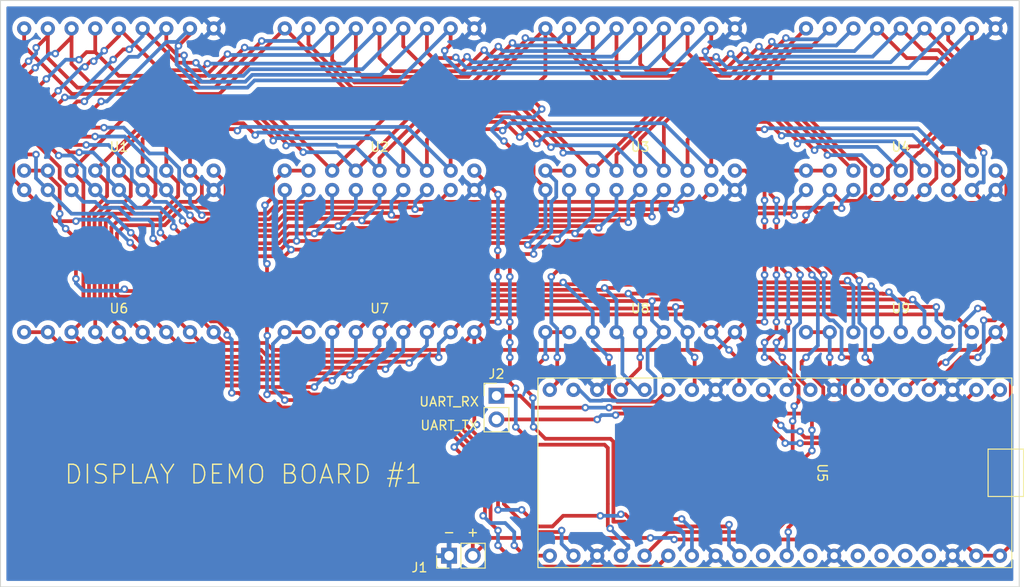
<source format=kicad_pcb>
(kicad_pcb (version 20211014) (generator pcbnew)
  (layers (0 "F.Cu" signal) (31 "B.Cu" signal) (34 "B.Paste" user) (35 "F.Paste" user) (36 "B.SilkS" user "B.Silkscreen") (37 "F.SilkS" user "F.Silkscreen") (38 "B.Mask" user) (39 "F.Mask" user) (44 "Edge.Cuts" user))
  (net 0 "")
  (net 1 "GND")
  (net 2 "VSYS")
  (net 3 "PICO_UART_RX")
  (net 4 "PICO_UART_TX")
  (net 5 "DISP1_CE")
  (net 6 "DISP_CLR")
  (net 7 "DISP_CUE")
  (net 8 "DISP_CU")
  (net 9 "DISP_WR")
  (net 10 "DISP_A1")
  (net 11 "DISP_A0")
  (net 12 "DISP_D0")
  (net 13 "DISP_D1")
  (net 14 "DISP_D2")
  (net 15 "DISP_D3")
  (net 16 "DISP_D6")
  (net 17 "DISP_D5")
  (net 18 "DISP_D4")
  (net 19 "DISP_BL")
  (net 20 "DISP2_CE")
  (net 21 "DISP3_CE")
  (net 22 "DISP4_CE")
  (net 29 "DISP5_CE")
  (net 30 "DISP6_CE")
  (net 31 "DISP7_CE")
  (net 32 "DISP8_CE")
  (footprint "components:DIP-18_W60" (layer "F.Cu") (at 187.96 81.28)
    (fp_text reference "U9")
    (fp_text value "MDL2416C")
  )
  (footprint "components:DIP-18_W60" (layer "F.Cu") (at 104.14 81.28)
    (fp_text reference "U6")
    (fp_text value "MDL2416C")
  )
  (footprint "components:DIP-18_W60" (layer "F.Cu") (at 187.96 63.96)
    (fp_text reference "U4")
    (fp_text value "MDL2416C")
  )
  (footprint "components:DIP-18_W60" (layer "F.Cu") (at 104.14 63.96)
    (fp_text reference "U1")
    (fp_text value "MDL2416C")
  )
  (footprint "components:DIP-18_W60" (layer "F.Cu") (at 132.08 63.96)
    (fp_text reference "U2")
    (fp_text value "MDL2416C")
  )
  (footprint "components:DIP-18_W60" (layer "F.Cu") (at 132.08 81.28)
    (fp_text reference "U7")
    (fp_text value "MDL2416C")
  )
  (footprint "Connector_PinHeader_2.54mm:PinHeader_1x02_P2.54mm_Vertical" (layer "F.Cu") (at 139.5355 112.8655 90)
    (fp_text reference "J1")
    (fp_text value "Conn_01x02" hide)
  )
  (footprint "components:DIP-18_W60" (layer "F.Cu") (at 160.02 63.96)
    (fp_text reference "U3")
    (fp_text value "MDL2416C")
  )
  (footprint "components:PI_PICO_DIP40" (layer "F.Cu") (at 173.1905 103.9755 -90)
    (fp_text reference "U5")
    (fp_text value "pi_pico_w")
  )
  (footprint "Connector_PinHeader_2.54mm:PinHeader_1x02_P2.54mm_Vertical" (layer "F.Cu") (at 144.6155 95.7155)
    (fp_text reference "J2")
    (fp_text value "Conn_01x02" hide)
  )
  (footprint "components:DIP-18_W60" (layer "F.Cu") (at 160.02 81.28)
    (fp_text reference "U8")
    (fp_text value "MDL2416C")
  )
  (gr_rect (start 91.44 53.34) (end 200.66 116.205) (layer "Edge.Cuts") (width 0.1) (fill none))
  (gr_text "UART_TX" (at 139.5355 98.8955) (layer "F.SilkS") (effects (font (size 1 1))))
  (gr_text "UART_RX" (at 139.5355 96.3555) (layer "F.SilkS") (effects (font (size 1 1))))
  (gr_text "DISPLAY DEMO BOARD #1" (at 117.475 104.14) (layer "F.SilkS") (effects (font (size 2 2))))
  (gr_text "-" (at 139.5355 110.3255) (layer "F.SilkS") (effects (font (size 1 1))))
  (gr_text "+" (at 142.0755 110.3255) (layer "F.SilkS") (effects (font (size 1 1))))
  (segment (start 140.084376 101.215624) (end 142.875 104.006248) (width 0.4) (layer "F.Cu") (net 2))
  (segment (start 171.275 71.58) (end 173.355 73.66) (width 0.4) (layer "F.Cu") (net 2))
  (segment (start 114.3 88.9) (end 115.462 90.062) (width 0.4) (layer "F.Cu") (net 2))
  (segment (start 142.24 98.564334) (end 142.487833 98.812167) (width 0.4) (layer "F.Cu") (net 2))
  (segment (start 142.875 104.006248) (end 142.875 105.41) (width 0.4) (layer "F.Cu") (net 2))
  (segment (start 173.355 73.66) (end 173.355 74.7655) (width 0.4) (layer "F.Cu") (net 2))
  (segment (start 144.78 87.7945) (end 143.3455 87.7945) (width 0.4) (layer "F.Cu") (net 2))
  (segment (start 171.2855 87.7945) (end 170.18 88.9) (width 0.4) (layer "F.Cu") (net 2))
  (segment (start 103.93 78.315) (end 103.93 84.841472) (width 0.4) (layer "F.Cu") (net 2))
  (segment (start 168.275 90.805) (end 170.18 88.9) (width 0.4) (layer "F.Cu") (net 2))
  (segment (start 144.145 90.805) (end 168.275 90.805) (width 0.4) (layer "F.Cu") (net 2))
  (segment (start 140.335 90.805) (end 142.24 88.9) (width 0.4) (layer "F.Cu") (net 2))
  (segment (start 173.355 76.9645) (end 173.355 82.7615) (width 0.4) (layer "F.Cu") (net 2))
  (segment (start 119.907 90.062) (end 120.65 90.805) (width 0.4) (layer "F.Cu") (net 2))
  (segment (start 196.215 90.805) (end 198.12 88.9) (width 0.4) (layer "F.Cu") (net 2))
  (segment (start 143.3455 87.7945) (end 142.24 88.9) (width 0.4) (layer "F.Cu") (net 2))
  (segment (start 142.78 105.505) (end 142.78 107.41) (width 0.4) (layer "F.Cu") (net 2))
  (segment (start 199.7525 90.5325) (end 198.12 88.9) (width 0.4) (layer "F.Cu") (net 2))
  (segment (start 110.49 85.09) (end 114.3 88.9) (width 0.4) (layer "F.Cu") (net 2))
  (segment (start 173.355 87.7945) (end 171.2855 87.7945) (width 0.4) (layer "F.Cu") (net 2))
  (segment (start 199.282 72.742) (end 198.12 71.58) (width 0.4) (layer "F.Cu") (net 2))
  (segment (start 199.7525 111.7035) (end 199.7525 90.5325) (width 0.4) (layer "F.Cu") (net 2))
  (segment (start 115.462 90.062) (end 119.907 90.062) (width 0.4) (layer "F.Cu") (net 2))
  (segment (start 161.1255 110.9605) (end 143.9805 110.9605) (width 0.4) (layer "F.Cu") (net 2))
  (segment (start 114.3 71.58) (end 115.57 72.85) (width 0.4) (layer "F.Cu") (net 2))
  (segment (start 104.178528 85.09) (end 110.49 85.09) (width 0.4) (layer "F.Cu") (net 2))
  (segment (start 115.57 74.295) (end 114.3 75.565) (width 0.4) (layer "F.Cu") (net 2))
  (segment (start 142.24 88.9) (end 142.24 98.564334) (width 0.4) (layer "F.Cu") (net 2))
  (segment (start 199.282 87.738) (end 199.282 72.742) (width 0.4) (layer "F.Cu") (net 2))
  (segment (start 142.78 107.41) (end 142.0755 108.1145) (width 0.4) (layer "F.Cu") (net 2))
  (segment (start 142.0755 108.1145) (end 142.0755 112.8655) (width 0.4) (layer "F.Cu") (net 2))
  (segment (start 142.24 71.58) (end 142.24 71.5905) (width 0.4) (layer "F.Cu") (net 2))
  (segment (start 142.875 105.41) (end 142.78 105.505) (width 0.4) (layer "F.Cu") (net 2))
  (segment (start 198.5905 112.8655) (end 196.0505 112.8655) (width 0.4) (layer "F.Cu") (net 2))
  (segment (start 114.3 75.565) (end 110.917056 75.565) (width 0.4) (layer "F.Cu") (net 2))
  (segment (start 103.93 84.841472) (end 104.178528 85.09) (width 0.4) (layer "F.Cu") (net 2))
  (segment (start 163.6655 111.125) (end 194.31 111.125) (width 0.4) (layer "F.Cu") (net 2))
  (segment (start 194.31 111.125) (end 196.0505 112.8655) (width 0.4) (layer "F.Cu") (net 2))
  (segment (start 115.57 72.85) (end 115.57 74.295) (width 0.4) (layer "F.Cu") (net 2))
  (segment (start 170.18 88.9) (end 172.085 90.805) (width 0.4) (layer "F.Cu") (net 2))
  (segment (start 144.750476 82.931476) (end 144.78 82.961) (width 0.4) (layer "F.Cu") (net 2))
  (segment (start 104.81 77.435) (end 103.93 78.315) (width 0.4) (layer "F.Cu") (net 2))
  (segment (start 110.917056 75.565) (end 109.047056 77.435) (width 0.4) (layer "F.Cu") (net 2))
  (segment (start 198.5905 112.8655) (end 199.7525 111.7035) (width 0.4) (layer "F.Cu") (net 2))
  (segment (start 120.65 90.805) (end 140.335 90.805) (width 0.4) (layer "F.Cu") (net 2))
  (segment (start 172.085 90.805) (end 196.215 90.805) (width 0.4) (layer "F.Cu") (net 2))
  (segment (start 142.24 88.9) (end 144.145 90.805) (width 0.4) (layer "F.Cu") (net 2))
  (segment (start 170.18 71.58) (end 171.275 71.58) (width 0.4) (layer "F.Cu") (net 2))
  (segment (start 144.750476 80.1395) (end 144.750476 82.931476) (width 0.4) (layer "F.Cu") (net 2))
  (segment (start 142.24 71.5905) (end 144.78 74.1305) (width 0.4) (layer "F.Cu") (net 2))
  (segment (start 109.047056 77.435) (end 104.81 77.435) (width 0.4) (layer "F.Cu") (net 2))
  (segment (start 143.9805 110.9605) (end 142.0755 112.8655) (width 0.4) (layer "F.Cu") (net 2))
  (segment (start 198.12 88.9) (end 199.282 87.738) (width 0.4) (layer "F.Cu") (net 2))
  (via (at 144.78 74.1305) (size 0.8) (drill 0.4) (layers "F.Cu" "B.Cu") (net 2))
  (via (at 173.355 76.9645) (size 0.8) (drill 0.4) (layers "F.Cu" "B.Cu") (net 2))
  (via (at 142.487833 98.812167) (size 0.8) (drill 0.4) (layers "F.Cu" "B.Cu") (net 2))
  (via (at 144.750476 80.1395) (size 0.8) (drill 0.4) (layers "F.Cu" "B.Cu") (net 2))
  (via (at 173.355 74.7655) (size 0.8) (drill 0.4) (layers "F.Cu" "B.Cu") (net 2))
  (via (at 173.355 82.7615) (size 0.8) (drill 0.4) (layers "F.Cu" "B.Cu") (net 2))
  (via (at 163.6655 111.125) (size 0.8) (drill 0.4) (layers "F.Cu" "B.Cu") (net 2))
  (via (at 144.78 87.7945) (size 0.8) (drill 0.4) (layers "F.Cu" "B.Cu") (net 2))
  (via (at 161.1255 110.9605) (size 0.8) (drill 0.4) (layers "F.Cu" "B.Cu") (net 2))
  (via (at 144.78 82.961) (size 0.8) (drill 0.4) (layers "F.Cu" "B.Cu") (net 2))
  (via (at 173.355 87.7945) (size 0.8) (drill 0.4) (layers "F.Cu" "B.Cu") (net 2))
  (via (at 140.084376 101.215624) (size 0.8) (drill 0.4) (layers "F.Cu" "B.Cu") (net 2))
  (segment (start 173.355 82.7615) (end 173.355 87.7945) (width 0.4) (layer "B.Cu") (net 2))
  (segment (start 144.78 82.961) (end 144.78 87.7945) (width 0.4) (layer "B.Cu") (net 2))
  (segment (start 144.78 80.109976) (end 144.750476 80.1395) (width 0.4) (layer "B.Cu") (net 2))
  (segment (start 161.1255 110.9605) (end 163.501 110.9605) (width 0.4) (layer "B.Cu") (net 2))
  (segment (start 144.78 74.1305) (end 144.78 80.109976) (width 0.4) (layer "B.Cu") (net 2))
  (segment (start 142.487833 98.812167) (end 140.084376 101.215624) (width 0.4) (layer "B.Cu") (net 2))
  (segment (start 163.501 110.9605) (end 163.6655 111.125) (width 0.4) (layer "B.Cu") (net 2))
  (segment (start 173.355 74.7655) (end 173.355 76.9645) (width 0.4) (layer "B.Cu") (net 2))
  (segment (start 154.1405 96.9905) (end 148.4255 96.9905) (width 0.4) (layer "F.Cu") (net 3))
  (segment (start 147.1505 95.7155) (end 144.6155 95.7155) (width 0.4) (layer "F.Cu") (net 3))
  (segment (start 173.1905 96.9905) (end 171.2855 96.9905) (width 0.4) (layer "F.Cu") (net 3))
  (segment (start 171.2855 96.9905) (end 156.6805 96.9905) (width 0.4) (layer "F.Cu") (net 3))
  (segment (start 196.0505 95.0855) (end 190.9355 100.2005) (width 0.4) (layer "F.Cu") (net 3))
  (segment (start 190.9355 100.2005) (end 177.696371 100.2005) (width 0.4) (layer "F.Cu") (net 3))
  (segment (start 177.165 99.669129) (end 177.165 99.5305) (width 0.4) (layer "F.Cu") (net 3))
  (segment (start 177.696371 100.2005) (end 177.165 99.669129) (width 0.4) (layer "F.Cu") (net 3))
  (segment (start 148.4255 96.9905) (end 147.1505 95.7155) (width 0.4) (layer "F.Cu") (net 3))
  (segment (start 175.0955 98.8955) (end 173.1905 96.9905) (width 0.4) (layer "F.Cu") (net 3))
  (via (at 175.0955 98.8955) (size 0.8) (drill 0.4) (layers "F.Cu" "B.Cu") (net 3))
  (via (at 154.1405 96.9905) (size 0.8) (drill 0.4) (layers "F.Cu" "B.Cu") (net 3))
  (via (at 156.6805 96.9905) (size 0.8) (drill 0.4) (layers "F.Cu" "B.Cu") (net 3))
  (via (at 177.165 99.5305) (size 0.8) (drill 0.4) (layers "F.Cu" "B.Cu") (net 3))
  (segment (start 175.7305 99.5305) (end 175.0955 98.8955) (width 0.4) (layer "B.Cu") (net 3))
  (segment (start 156.6805 96.9905) (end 154.1405 96.9905) (width 0.4) (layer "B.Cu") (net 3))
  (segment (start 177.165 99.5305) (end 175.7305 99.5305) (width 0.4) (layer "B.Cu") (net 3))
  (segment (start 155.4105 98.2605) (end 155.4055 98.2555) (width 0.4) (layer "F.Cu") (net 4))
  (segment (start 175.566 100.8005) (end 175.566 100.636) (width 0.4) (layer "F.Cu") (net 4))
  (segment (start 175.566 100.636) (end 174.4605 99.5305) (width 0.4) (layer "F.Cu") (net 4))
  (segment (start 172.5555 97.6255) (end 171.9205 97.6255) (width 0.4) (layer "F.Cu") (net 4))
  (segment (start 177.165 100.8005) (end 192.8755 100.8005) (width 0.4) (layer "F.Cu") (net 4))
  (segment (start 192.8755 100.8005) (end 198.5905 95.0855) (width 0.4) (layer "F.Cu") (net 4))
  (segment (start 155.4055 98.2555) (end 144.6155 98.2555) (width 0.4) (layer "F.Cu") (net 4))
  (segment (start 174.4605 99.5305) (end 172.5555 97.6255) (width 0.4) (layer "F.Cu") (net 4))
  (segment (start 171.9205 97.6255) (end 157.551755 97.6255) (width 0.4) (layer "F.Cu") (net 4))
  (segment (start 157.551755 97.6255) (end 157.387255 97.79) (width 0.4) (layer "F.Cu") (net 4))
  (via (at 157.387255 97.79) (size 0.8) (drill 0.4) (layers "F.Cu" "B.Cu") (net 4))
  (via (at 155.4105 98.2605) (size 0.8) (drill 0.4) (layers "F.Cu" "B.Cu") (net 4))
  (via (at 177.165 100.8005) (size 0.8) (drill 0.4) (layers "F.Cu" "B.Cu") (net 4))
  (via (at 175.566 100.8005) (size 0.8) (drill 0.4) (layers "F.Cu" "B.Cu") (net 4))
  (segment (start 157.387255 97.79) (end 155.881 97.79) (width 0.4) (layer "B.Cu") (net 4))
  (segment (start 155.881 97.79) (end 155.4105 98.2605) (width 0.4) (layer "B.Cu") (net 4))
  (segment (start 177.165 100.8005) (end 175.566 100.8005) (width 0.4) (layer "B.Cu") (net 4))
  (segment (start 121.837157 97.579) (end 137.16 97.579) (width 0.4) (layer "F.Cu") (net 5))
  (segment (start 143.507208 103.507792) (end 143.58 103.580584) (width 0.4) (layer "F.Cu") (net 5))
  (segment (start 114.3 87.738) (end 114.781317 87.738) (width 0.4) (layer "F.Cu") (net 5))
  (segment (start 110.738528 84.49) (end 111.866764 85.618236) (width 0.4) (layer "F.Cu") (net 5))
  (segment (start 120.65 97.197686) (end 121.031314 97.579) (width 0.4) (layer "F.Cu") (net 5))
  (segment (start 119.653787 97.197686) (end 120.65 97.197686) (width 0.4) (layer "F.Cu") (net 5))
  (segment (start 137.16 97.579) (end 137.578416 97.579) (width 0.4) (layer "F.Cu") (net 5))
  (segment (start 104.7295 84.2905) (end 104.929 84.49) (width 0.4) (layer "F.Cu") (net 5))
  (segment (start 97.79 73.286683) (end 97.79 76.2) (width 0.4) (layer "F.Cu") (net 5))
  (segment (start 114.781317 87.738) (end 115.734965 88.691648) (width 0.4) (layer "F.Cu") (net 5))
  (segment (start 143.58 106.045) (end 143.38 106.245) (width 0.4) (layer "F.Cu") (net 5))
  (segment (start 115.734965 88.691648) (end 115.734965 89.204299) (width 0.4) (layer "F.Cu") (net 5))
  (segment (start 119.036287 96.580186) (end 119.653787 97.197686) (width 0.4) (layer "F.Cu") (net 5))
  (segment (start 143.58 104.775) (end 143.58 106.045) (width 0.4) (layer "F.Cu") (net 5))
  (segment (start 96.52 71.58) (end 96.52 72.016683) (width 0.4) (layer "F.Cu") (net 5))
  (segment (start 107.315 84.49) (end 110.738528 84.49) (width 0.4) (layer "F.Cu") (net 5))
  (segment (start 99.5305 78.9045) (end 99.5305 83.185) (width 0.4) (layer "F.Cu") (net 5))
  (segment (start 143.58 103.580584) (end 143.58 104.775) (width 0.4) (layer "F.Cu") (net 5))
  (segment (start 98.425 77.799) (end 99.5305 78.9045) (width 0.4) (layer "F.Cu") (net 5))
  (segment (start 117.563916 95.9795) (end 118.11 95.9795) (width 0.4) (layer "F.Cu") (net 5))
  (segment (start 137.578416 97.579) (end 143.507208 103.507792) (width 0.4) (layer "F.Cu") (net 5))
  (segment (start 147.626 112.8655) (end 150.3305 112.8655) (width 0.4) (layer "F.Cu") (net 5))
  (segment (start 143.38 108.585) (end 143.1805 108.585) (width 0.4) (layer "F.Cu") (net 5))
  (segment (start 146.5205 111.76) (end 147.626 112.8655) (width 0.4) (layer "F.Cu") (net 5))
  (segment (start 118.435601 95.9795) (end 119.036287 96.580186) (width 0.4) (layer "F.Cu") (net 5))
  (segment (start 104.929 84.49) (end 107.315 84.49) (width 0.4) (layer "F.Cu") (net 5))
  (segment (start 143.38 106.245) (end 143.38 108.585) (width 0.4) (layer "F.Cu") (net 5))
  (segment (start 113.986528 87.738) (end 114.3 87.738) (width 0.4) (layer "F.Cu") (net 5))
  (segment (start 116.239618 95.4145) (end 116.998916 95.4145) (width 0.4) (layer "F.Cu") (net 5))
  (segment (start 117.472208 95.887792) (end 117.563916 95.9795) (width 0.4) (layer "F.Cu") (net 5))
  (segment (start 121.031314 97.579) (end 121.837157 97.579) (width 0.4) (layer "F.Cu") (net 5))
  (segment (start 118.11 95.9795) (end 118.435601 95.9795) (width 0.4) (layer "F.Cu") (net 5))
  (segment (start 96.52 72.016683) (end 97.79 73.286683) (width 0.4) (layer "F.Cu") (net 5))
  (segment (start 93.98 71.58) (end 96.52 71.58) (width 0.4) (layer "F.Cu") (net 5))
  (segment (start 111.866764 85.618236) (end 113.986528 87.738) (width 0.4) (layer "F.Cu") (net 5))
  (segment (start 116.998916 95.4145) (end 117.472208 95.887792) (width 0.4) (layer "F.Cu") (net 5))
  (via (at 104.7295 84.2905) (size 0.8) (drill 0.4) (layers "F.Cu" "B.Cu") (net 5))
  (via (at 143.1805 108.585) (size 0.8) (drill 0.4) (layers "F.Cu" "B.Cu") (net 5))
  (via (at 97.79 76.2) (size 0.8) (drill 0.4) (layers "F.Cu" "B.Cu") (net 5))
  (via (at 116.239618 95.4145) (size 0.8) (drill 0.4) (layers "F.Cu" "B.Cu") (net 5))
  (via (at 115.734965 89.204299) (size 0.8) (drill 0.4) (layers "F.Cu" "B.Cu") (net 5))
  (via (at 146.5205 111.76) (size 0.8) (drill 0.4) (layers "F.Cu" "B.Cu") (net 5))
  (via (at 99.5305 83.185) (size 0.8) (drill 0.4) (layers "F.Cu" "B.Cu") (net 5))
  (via (at 98.425 77.799) (size 0.8) (drill 0.4) (layers "F.Cu" "B.Cu") (net 5))
  (segment (start 104.565 84.455) (end 104.7295 84.2905) (width 0.4) (layer "B.Cu") (net 5))
  (segment (start 99.5305 83.6555) (end 100.33 84.455) (width 0.4) (layer "B.Cu") (net 5))
  (segment (start 146.5205 110.3255) (end 145.8855 109.6905) (width 0.4) (layer "B.Cu") (net 5))
  (segment (start 97.79 76.2) (end 97.79 77.164) (width 0.4) (layer "B.Cu") (net 5))
  (segment (start 145.8855 109.6905) (end 145.556 109.361) (width 0.4) (layer "B.Cu") (net 5))
  (segment (start 115.734965 89.204299) (end 116.239618 89.708952) (width 0.4) (layer "B.Cu") (net 5))
  (segment (start 143.9565 109.361) (end 143.1805 108.585) (width 0.4) (layer "B.Cu") (net 5))
  (segment (start 145.556 109.361) (end 143.9565 109.361) (width 0.4) (layer "B.Cu") (net 5))
  (segment (start 100.33 84.455) (end 104.565 84.455) (width 0.4) (layer "B.Cu") (net 5))
  (segment (start 97.79 77.164) (end 98.425 77.799) (width 0.4) (layer "B.Cu") (net 5))
  (segment (start 146.5205 111.76) (end 146.5205 110.3255) (width 0.4) (layer "B.Cu") (net 5))
  (segment (start 99.5305 83.185) (end 99.5305 83.6555) (width 0.4) (layer "B.Cu") (net 5))
  (segment (start 116.239618 89.708952) (end 116.239618 95.4145) (width 0.4) (layer "B.Cu") (net 5))
  (segment (start 154.94 71.58) (end 162.56 63.96) (width 0.4) (layer "F.Cu") (net 6))
  (segment (start 151.9645 83.7605) (end 154.94 83.7605) (width 0.4) (layer "F.Cu") (net 6))
  (segment (start 117.368236 94.086764) (end 118.060972 94.7795) (width 0.4) (layer "F.Cu") (net 6))
  (segment (start 161.7605 96.3555) (end 163.0305 95.0855) (width 0.4) (layer "F.Cu") (net 6))
  (segment (start 134.62 63.96) (end 147.32 63.96) (width 0.4) (layer "F.Cu") (net 6))
  (segment (start 154.9995 83.7605) (end 155.575 83.185) (width 0.4) (layer "F.Cu") (net 6))
  (segment (start 156.845 83.185) (end 157.221 83.561) (width 0.4) (layer "F.Cu") (net 6))
  (segment (start 151.765 83.561) (end 151.9645 83.7605) (width 0.4) (layer "F.Cu") (net 6))
  (segment (start 99.06 88.9) (end 101.071764 90.911764) (width 0.4) (layer "F.Cu") (net 6))
  (segment (start 106.68 63.96) (end 119.38 63.96) (width 0.4) (layer "F.Cu") (net 6))
  (segment (start 157.821 83.22) (end 160.314 83.22) (width 0.4) (layer "F.Cu") (net 6))
  (segment (start 130.596472 86.995) (end 132.608236 84.983236) (width 0.4) (layer "F.Cu") (net 6))
  (segment (start 128.905 86.995) (end 129.54 86.995) (width 0.4) (layer "F.Cu") (net 6))
  (segment (start 157.221 83.561) (end 157.48 83.561) (width 0.4) (layer "F.Cu") (net 6))
  (segment (start 157.48 83.561) (end 157.821 83.22) (width 0.4) (layer "F.Cu") (net 6))
  (segment (start 127 88.9) (end 128.905 86.995) (width 0.4) (layer "F.Cu") (net 6))
  (segment (start 160.655 83.561) (end 182.0455 83.561) (width 0.4) (layer "F.Cu") (net 6))
  (segment (start 101.071764 90.911764) (end 102.763236 90.911764) (width 0.4) (layer "F.Cu") (net 6))
  (segment (start 99.06 71.58) (end 100.33 72.85) (width 0.4) (layer "F.Cu") (net 6))
  (segment (start 99.06 71.58) (end 106.68 63.96) (width 0.4) (layer "F.Cu") (net 6))
  (segment (start 111.76 93.98) (end 117.261472 93.98) (width 0.4) (layer "F.Cu") (net 6))
  (segment (start 157.577183 96.3555) (end 161.7605 96.3555) (width 0.4) (layer "F.Cu") (net 6))
  (segment (start 156.6805 95.458817) (end 157.577183 96.3555) (width 0.4) (layer "F.Cu") (net 6))
  (segment (start 147.32 63.96) (end 154.94 71.58) (width 0.4) (layer "F.Cu") (net 6))
  (segment (start 151.13 83.7605) (end 151.5655 83.7605) (width 0.4) (layer "F.Cu") (net 6))
  (segment (start 154.94 83.7605) (end 154.9995 83.7605) (width 0.4) (layer "F.Cu") (net 6))
  (segment (start 133.830972 83.7605) (end 151.13 83.7605) (width 0.4) (layer "F.Cu") (net 6))
  (segment (start 102.763236 90.911764) (end 104.350736 92.499264) (width 0.4) (layer "F.Cu") (net 6))
  (segment (start 182.0455 83.561) (end 182.245 83.3615) (width 0.4) (layer "F.Cu") (net 6))
  (segment (start 129.54 86.995) (end 130.596472 86.995) (width 0.4) (layer "F.Cu") (net 6))
  (segment (start 117.261472 93.98) (end 117.368236 94.086764) (width 0.4) (layer "F.Cu") (net 6))
  (segment (start 110.49 92.71) (end 111.76 93.98) (width 0.4) (layer "F.Cu") (net 6))
  (segment (start 151.5655 83.7605) (end 151.765 83.561) (width 0.4) (layer "F.Cu") (net 6))
  (segment (start 105.41 92.71) (end 110.49 92.71) (width 0.4) (layer "F.Cu") (net 6))
  (segment (start 175.26 63.96) (end 182.88 71.58) (width 0.4) (layer "F.Cu") (net 6))
  (segment (start 162.56 63.96) (end 175.26 63.96) (width 0.4) (layer "F.Cu") (net 6))
  (segment (start 104.350736 92.499264) (end 104.561472 92.71) (width 0.4) (layer "F.Cu") (net 6))
  (segment (start 119.38 63.96) (end 127 71.58) (width 0.4) (layer "F.Cu") (net 6))
  (segment (start 100.33 72.85) (end 100.33 87.63) (width 0.4) (layer "F.Cu") (net 6))
  (segment (start 118.060972 94.7795) (end 125.095 94.7795) (width 0.4) (layer "F.Cu") (net 6))
  (segment (start 132.608236 84.983236) (end 133.830972 83.7605) (width 0.4) (layer "F.Cu") (net 6))
  (segment (start 104.561472 92.71) (end 105.41 92.71) (width 0.4) (layer "F.Cu") (net 6))
  (segment (start 155.575 83.185) (end 156.845 83.185) (width 0.4) (layer "F.Cu") (net 6))
  (segment (start 127 71.58) (end 134.62 63.96) (width 0.4) (layer "F.Cu") (net 6))
  (segment (start 160.314 83.22) (end 160.655 83.561) (width 0.4) (layer "F.Cu") (net 6))
  (segment (start 156.6805 91.44) (end 156.6805 95.458817) (width 0.4) (layer "F.Cu") (net 6))
  (segment (start 100.33 87.63) (end 99.06 88.9) (width 0.4) (layer "F.Cu") (net 6))
  (via (at 151.765 83.561) (size 0.8) (drill 0.4) (layers "F.Cu" "B.Cu") (net 6))
  (via (at 156.6805 91.6045) (size 0.8) (drill 0.4) (layers "F.Cu" "B.Cu") (net 6))
  (via (at 125.095 94.7795) (size 0.8) (drill 0.4) (layers "F.Cu" "B.Cu") (net 6))
  (via (at 182.245 83.3615) (size 0.8) (drill 0.4) (layers "F.Cu" "B.Cu") (net 6))
  (segment (start 125.095 94.7795) (end 127 92.8745) (width 0.4) (layer "B.Cu") (net 6))
  (segment (start 151.765 83.561) (end 154.94 86.736) (width 0.4) (layer "B.Cu") (net 6))
  (segment (start 154.94 89.864) (end 156.6805 91.6045) (width 0.4) (layer "B.Cu") (net 6))
  (segment (start 127 92.8745) (end 127 88.9) (width 0.4) (layer "B.Cu") (net 6))
  (segment (start 154.94 88.9) (end 154.94 89.864) (width 0.4) (layer "B.Cu") (net 6))
  (segment (start 182.88 83.9965) (end 182.88 88.9) (width 0.4) (layer "B.Cu") (net 6))
  (segment (start 154.94 86.736) (end 154.94 88.9) (width 0.4) (layer "B.Cu") (net 6))
  (segment (start 182.245 83.3615) (end 182.88 83.9965) (width 0.4) (layer "B.Cu") (net 6))
  (segment (start 159.679 83.82) (end 160.02 84.161) (width 0.4) (layer "F.Cu") (net 7))
  (segment (start 111.125 64.595) (end 118.884334 64.595) (width 0.4) (layer "F.Cu") (net 7))
  (segment (start 101.6 87.03) (end 101.6 88.9) (width 0.4) (layer "F.Cu") (net 7))
  (segment (start 118.11 93.98) (end 126.8705 93.98) (width 0.4) (layer "F.Cu") (net 7))
  (segment (start 151.765 69.253528) (end 151.765 69.675) (width 0.4) (layer "F.Cu") (net 7))
  (segment (start 156.0105 84.3605) (end 156.21 84.161) (width 0.4) (layer "F.Cu") (net 7))
  (segment (start 160.02 84.161) (end 184.5855 84.161) (width 0.4) (layer "F.Cu") (net 7))
  (segment (start 117.475 93.346764) (end 117.476764 93.346764) (width 0.4) (layer "F.Cu") (net 7))
  (segment (start 180.092167 69.640695) (end 180.092167 69.922833) (width 0.4) (layer "F.Cu") (net 7))
  (segment (start 112.183236 93.346764) (end 117.475 93.346764) (width 0.4) (layer "F.Cu") (net 7))
  (segment (start 134.0795 84.3605) (end 136.268028 84.3605) (width 0.4) (layer "F.Cu") (net 7))
  (segment (start 104.775 92.075) (end 107.95 92.075) (width 0.4) (layer "F.Cu") (net 7))
  (segment (start 108.585 64.595) (end 111.125 64.595) (width 0.4) (layer "F.Cu") (net 7))
  (segment (start 126.8705 93.98) (end 127 94.1095) (width 0.4) (layer "F.Cu") (net 7))
  (segment (start 136.56 64.56) (end 147.071472 64.56) (width 0.4) (layer "F.Cu") (net 7))
  (segment (start 162.808528 64.56) (end 175.011472 64.56) (width 0.4) (layer "F.Cu") (net 7))
  (segment (start 117.476764 93.346764) (end 118.11 93.98) (width 0.4) (layer "F.Cu") (net 7))
  (segment (start 107.95 92.075) (end 110.911472 92.075) (width 0.4) (layer "F.Cu") (net 7))
  (segment (start 111.653236 92.816764) (end 112.183236 93.346764) (width 0.4) (layer "F.Cu") (net 7))
  (segment (start 100.93 76.235) (end 100.93 86.36) (width 0.4) (layer "F.Cu") (net 7))
  (segment (start 157.48 69.888528) (end 162.808528 64.56) (width 0.4) (layer "F.Cu") (net 7))
  (segment (start 147.071472 64.56) (end 151.765 69.253528) (width 0.4) (layer "F.Cu") (net 7))
  (segment (start 100.93 86.36) (end 101.6 87.03) (width 0.4) (layer "F.Cu") (net 7))
  (segment (start 129.54 71.58) (end 136.56 64.56) (width 0.4) (layer "F.Cu") (net 7))
  (segment (start 136.268028 84.3605) (end 156.0105 84.3605) (width 0.4) (layer "F.Cu") (net 7))
  (segment (start 156.21 84.161) (end 157.774 84.161) (width 0.4) (layer "F.Cu") (net 7))
  (segment (start 175.011472 64.56) (end 180.092167 69.640695) (width 0.4) (layer "F.Cu") (net 7))
  (segment (start 184.5855 84.161) (end 184.785 83.9615) (width 0.4) (layer "F.Cu") (net 7))
  (segment (start 157.774 84.161) (end 158.115 83.82) (width 0.4) (layer "F.Cu") (net 7))
  (segment (start 101.6 71.58) (end 102.87 72.85) (width 0.4) (layer "F.Cu") (net 7))
  (segment (start 158.115 83.82) (end 159.679 83.82) (width 0.4) (layer "F.Cu") (net 7))
  (segment (start 118.884334 64.595) (end 123.894667 69.605333) (width 0.4) (layer "F.Cu") (net 7))
  (segment (start 129.54 88.9) (end 134.0795 84.3605) (width 0.4) (layer "F.Cu") (net 7))
  (segment (start 101.6 88.9) (end 104.775 92.075) (width 0.4) (layer "F.Cu") (net 7))
  (segment (start 110.911472 92.075) (end 111.653236 92.816764) (width 0.4) (layer "F.Cu") (net 7))
  (segment (start 101.6 71.58) (end 108.585 64.595) (width 0.4) (layer "F.Cu") (net 7))
  (segment (start 102.87 74.295) (end 100.93 76.235) (width 0.4) (layer "F.Cu") (net 7))
  (segment (start 102.87 72.85) (end 102.87 74.295) (width 0.4) (layer "F.Cu") (net 7))
  (segment (start 157.48 71.58) (end 157.48 69.888528) (width 0.4) (layer "F.Cu") (net 7))
  (via (at 180.092167 69.922833) (size 0.8) (drill 0.4) (layers "F.Cu" "B.Cu") (net 7))
  (via (at 156.21 84.161) (size 0.8) (drill 0.4) (layers "F.Cu" "B.Cu") (net 7))
  (via (at 184.785 83.9615) (size 0.8) (drill 0.4) (layers "F.Cu" "B.Cu") (net 7))
  (via (at 151.765 69.675) (size 0.8) (drill 0.4) (layers "F.Cu" "B.Cu") (net 7))
  (via (at 123.894667 69.605333) (size 0.8) (drill 0.4) (layers "F.Cu" "B.Cu") (net 7))
  (via (at 127 94.1095) (size 0.8) (drill 0.4) (layers "F.Cu" "B.Cu") (net 7))
  (segment (start 185.42 84.5965) (end 185.42 88.9) (width 0.4) (layer "B.Cu") (net 7))
  (segment (start 155.575 69.675) (end 157.48 71.58) (width 0.4) (layer "B.Cu") (net 7))
  (segment (start 123.894667 69.605333) (end 127.565333 69.605333) (width 0.4) (layer "B.Cu") (net 7))
  (segment (start 158.115 89.535) (end 158.115 93.345) (width 0.4) (layer "B.Cu") (net 7))
  (segment (start 127 94.1095) (end 129.54 91.5695) (width 0.4) (layer "B.Cu") (net 7))
  (segment (start 156.21 84.161) (end 157.48 85.431) (width 0.4) (layer "B.Cu") (net 7))
  (segment (start 184.785 83.9615) (end 185.42 84.5965) (width 0.4) (layer "B.Cu") (net 7))
  (segment (start 159.8555 95.0855) (end 160.4905 95.0855) (width 0.4) (layer "B.Cu") (net 7))
  (segment (start 127.565333 69.605333) (end 129.54 71.58) (width 0.4) (layer "B.Cu") (net 7))
  (segment (start 158.115 93.345) (end 159.8555 95.0855) (width 0.4) (layer "B.Cu") (net 7))
  (segment (start 180.092167 69.922833) (end 183.762833 69.922833) (width 0.4) (layer "B.Cu") (net 7))
  (segment (start 157.48 88.9) (end 158.115 89.535) (width 0.4) (layer "B.Cu") (net 7))
  (segment (start 157.48 85.431) (end 157.48 88.9) (width 0.4) (layer "B.Cu") (net 7))
  (segment (start 151.765 69.675) (end 155.575 69.675) (width 0.4) (layer "B.Cu") (net 7))
  (segment (start 129.54 91.5695) (end 129.54 88.9) (width 0.4) (layer "B.Cu") (net 7))
  (segment (start 183.762833 69.922833) (end 185.42 71.58) (width 0.4) (layer "B.Cu") (net 7))
  (segment (start 104.775 74.93) (end 103.083528 74.93) (width 0.4) (layer "F.Cu") (net 8))
  (segment (start 117.933236 92.746764) (end 118.320736 93.134264) (width 0.4) (layer "F.Cu") (net 8))
  (segment (start 136.0195 84.9605) (end 144.145 84.9605) (width 0.4) (layer "F.Cu") (net 8))
  (segment (start 106.68 91.44) (end 111.125 91.44) (width 0.4) (layer "F.Cu") (net 8))
  (segment (start 132.08 71.58) (end 132.08 70.24) (width 0.4) (layer "F.Cu") (net 8))
  (segment (start 103.048528 87.63) (end 103.505 87.63) (width 0.4) (layer "F.Cu") (net 8))
  (segment (start 160.02 91.6045) (end 160.02 92.71) (width 0.4) (layer "F.Cu") (net 8))
  (segment (start 104.14 88.9) (end 106.68 91.44) (width 0.4) (layer "F.Cu") (net 8))
  (segment (start 111.125 91.44) (end 112.431764 92.746764) (width 0.4) (layer "F.Cu") (net 8))
  (segment (start 104.14 71.58) (end 104.14 69.888528) (width 0.4) (layer "F.Cu") (net 8))
  (segment (start 160.02 71.58) (end 160.02 68.197056) (width 0.4) (layer "F.Cu") (net 8))
  (segment (start 158.75 93.98) (end 158.75 94.286) (width 0.4) (layer "F.Cu") (net 8))
  (segment (start 160.02 92.71) (end 158.75 93.98) (width 0.4) (layer "F.Cu") (net 8))
  (segment (start 108.691764 65.336764) (end 108.833528 65.195) (width 0.4) (layer "F.Cu") (net 8))
  (segment (start 118.320736 93.134264) (end 118.496472 93.31) (width 0.4) (layer "F.Cu") (net 8))
  (segment (start 163.057056 65.16) (end 174.480806 65.16) (width 0.4) (layer "F.Cu") (net 8))
  (segment (start 105.41 74.295) (end 104.775 74.93) (width 0.4) (layer "F.Cu") (net 8))
  (segment (start 104.14 71.58) (end 105.41 72.85) (width 0.4) (layer "F.Cu") (net 8))
  (segment (start 104.14 69.888528) (end 108.691764 65.336764) (width 0.4) (layer "F.Cu") (net 8))
  (segment (start 103.083528 74.93) (end 101.53 76.483528) (width 0.4) (layer "F.Cu") (net 8))
  (segment (start 144.145 84.9605) (end 158.5505 84.9605) (width 0.4) (layer "F.Cu") (net 8))
  (segment (start 121.882903 68.442097) (end 122.059334 68.618528) (width 0.4) (layer "F.Cu") (net 8))
  (segment (start 137.16 65.16) (end 146.540806 65.16) (width 0.4) (layer "F.Cu") (net 8))
  (segment (start 101.53 86.111472) (end 103.048528 87.63) (width 0.4) (layer "F.Cu") (net 8))
  (segment (start 174.480806 65.16) (end 178.715403 69.394597) (width 0.4) (layer "F.Cu") (net 8))
  (segment (start 158.75 84.761) (end 186.0205 84.761) (width 0.4) (layer "F.Cu") (net 8))
  (segment (start 186.055 84.7955) (end 186.4905 84.7955) (width 0.4) (layer "F.Cu") (net 8))
  (segment (start 103.505 87.63) (end 104.14 88.265) (width 0.4) (layer "F.Cu") (net 8))
  (segment (start 160.02 68.197056) (end 162.773528 65.443528) (width 0.4) (layer "F.Cu") (net 8))
  (segment (start 104.14 88.265) (end 104.14 88.9) (width 0.4) (layer "F.Cu") (net 8))
  (segment (start 132.08 70.24) (end 137.16 65.16) (width 0.4) (layer "F.Cu") (net 8))
  (segment (start 132.08 88.9) (end 136.0195 84.9605) (width 0.4) (layer "F.Cu") (net 8))
  (segment (start 108.833528 65.195) (end 118.11 65.195) (width 0.4) (layer "F.Cu") (net 8))
  (segment (start 101.53 76.483528) (end 101.53 86.111472) (width 0.4) (layer "F.Cu") (net 8))
  (segment (start 158.5505 84.9605) (end 158.75 84.761) (width 0.4) (layer "F.Cu") (net 8))
  (segment (start 105.41 72.85) (end 105.41 74.295) (width 0.4) (layer "F.Cu") (net 8))
  (segment (start 158.75 94.286) (end 157.9505 95.0855) (width 0.4) (layer "F.Cu") (net 8))
  (segment (start 118.11 65.195) (end 118.635806 65.195) (width 0.4) (layer "F.Cu") (net 8))
  (segment (start 122.059334 68.618528) (end 122.059334 68.900666) (width 0.4) (layer "F.Cu") (net 8))
  (segment (start 186.4905 84.7955) (end 186.69 84.596) (width 0.4) (layer "F.Cu") (net 8))
  (segment (start 146.540806 65.16) (end 150.457903 69.077097) (width 0.4) (layer "F.Cu") (net 8))
  (segment (start 128.905 93.31) (end 128.905 93.5095) (width 0.4) (layer "F.Cu") (net 8))
  (segment (start 118.635806 65.195) (end 121.882903 68.442097) (width 0.4) (layer "F.Cu") (net 8))
  (segment (start 114.935 92.746764) (end 117.933236 92.746764) (width 0.4) (layer "F.Cu") (net 8))
  (segment (start 112.431764 92.746764) (end 114.935 92.746764) (width 0.4) (layer "F.Cu") (net 8))
  (segment (start 186.0205 84.761) (end 186.055 84.7955) (width 0.4) (layer "F.Cu") (net 8))
  (segment (start 162.773528 65.443528) (end 163.057056 65.16) (width 0.4) (layer "F.Cu") (net 8))
  (segment (start 118.496472 93.31) (end 128.905 93.31) (width 0.4) (layer "F.Cu") (net 8))
  (via (at 128.905 93.5095) (size 0.8) (drill 0.4) (layers "F.Cu" "B.Cu") (net 8))
  (via (at 158.75 84.761) (size 0.8) (drill 0.4) (layers "F.Cu" "B.Cu") (net 8))
  (via (at 122.059334 68.900666) (size 0.8) (drill 0.4) (layers "F.Cu" "B.Cu") (net 8))
  (via (at 186.69 84.596) (size 0.8) (drill 0.4) (layers "F.Cu" "B.Cu") (net 8))
  (via (at 160.02 91.6045) (size 0.8) (drill 0.4) (layers "F.Cu" "B.Cu") (net 8))
  (via (at 178.715403 69.394597) (size 0.8) (drill 0.4) (layers "F.Cu" "B.Cu") (net 8))
  (via (at 150.457903 69.077097) (size 0.8) (drill 0.4) (layers "F.Cu" "B.Cu") (net 8))
  (segment (start 187.96 85.866) (end 187.96 88.9) (width 0.4) (layer "B.Cu") (net 8))
  (segment (start 160.02 86.031) (end 160.02 88.9) (width 0.4) (layer "B.Cu") (net 8))
  (segment (start 178.715403 69.394597) (end 179.07 69.04) (width 0.4) (layer "B.Cu") (net 8))
  (segment (start 150.457903 69.077097) (end 150.66 68.875) (width 0.4) (layer "B.Cu") (net 8))
  (segment (start 185.42 69.04) (end 187.96 71.58) (width 0.4) (layer "B.Cu") (net 8))
  (segment (start 122.154667 68.805333) (end 127.435 68.805333) (width 0.4) (layer "B.Cu") (net 8))
  (segment (start 129.505333 69.005333) (end 132.08 71.58) (width 0.4) (layer "B.Cu") (net 8))
  (segment (start 186.69 84.596) (end 187.96 85.866) (width 0.4) (layer "B.Cu") (net 8))
  (segment (start 127.435 68.805333) (end 127.635 69.005333) (width 0.4) (layer "B.Cu") (net 8))
  (segment (start 179.07 69.04) (end 185.42 69.04) (width 0.4) (layer "B.Cu") (net 8))
  (segment (start 128.905 93.5095) (end 132.08 90.3345) (width 0.4) (layer "B.Cu") (net 8))
  (segment (start 127.635 69.005333) (end 129.505333 69.005333) (width 0.4) (layer "B.Cu") (net 8))
  (segment (start 157.315 68.875) (end 160.02 71.58) (width 0.4) (layer "B.Cu") (net 8))
  (segment (start 160.02 88.9) (end 160.02 91.6045) (width 0.4) (layer "B.Cu") (net 8))
  (segment (start 158.75 84.761) (end 160.02 86.031) (width 0.4) (layer "B.Cu") (net 8))
  (segment (start 132.08 90.3345) (end 132.08 88.9) (width 0.4) (layer "B.Cu") (net 8))
  (segment (start 150.66 68.875) (end 157.315 68.875) (width 0.4) (layer "B.Cu") (net 8))
  (segment (start 122.059334 68.900666) (end 122.154667 68.805333) (width 0.4) (layer "B.Cu") (net 8))
  (segment (start 174.232278 65.76) (end 176.703639 68.231361) (width 0.4) (layer "F.Cu") (net 9))
  (segment (start 137.9595 85.5605) (end 161.29 85.5605) (width 0.4) (layer "F.Cu") (net 9))
  (segment (start 120.68257 68.090292) (end 120.68257 68.37243) (width 0.4) (layer "F.Cu") (net 9))
  (segment (start 111.76 90.805) (end 113.03 92.075) (width 0.4) (layer "F.Cu") (net 9))
  (segment (start 118.11 92.146764) (end 118.181764 92.146764) (width 0.4) (layer "F.Cu") (net 9))
  (segment (start 103.4 86.995) (end 104.775 86.995) (width 0.4) (layer "F.Cu") (net 9))
  (segment (start 108.585 90.805) (end 111.125 90.805) (width 0.4) (layer "F.Cu") (net 9))
  (segment (start 118.181764 92.146764) (end 118.745 92.71) (width 0.4) (layer "F.Cu") (net 9))
  (segment (start 106.68 75.565) (end 103.297056 75.565) (width 0.4) (layer "F.Cu") (net 9))
  (segment (start 120.506139 67.913861) (end 120.68257 68.090292) (width 0.4) (layer "F.Cu") (net 9))
  (segment (start 106.68 88.9) (end 108.585 90.805) (width 0.4) (layer "F.Cu") (net 9))
  (segment (start 118.387278 65.795) (end 120.506139 67.913861) (width 0.4) (layer "F.Cu") (net 9))
  (segment (start 104.775 86.995) (end 106.68 88.9) (width 0.4) (layer "F.Cu") (net 9))
  (segment (start 106.68 71.58) (end 106.68 68.197056) (width 0.4) (layer "F.Cu") (net 9))
  (segment (start 106.68 71.58) (end 108.058 72.958) (width 0.4) (layer "F.Cu") (net 9))
  (segment (start 161.455 85.3955) (end 188.395 85.3955) (width 0.4) (layer "F.Cu") (net 9))
  (segment (start 188.595 85.5955) (end 189.0305 85.5955) (width 0.4) (layer "F.Cu") (net 9))
  (segment (start 137.795 65.76) (end 146.01014 65.76) (width 0.4) (layer "F.Cu") (net 9))
  (segment (start 111.125 90.805) (end 111.76 90.805) (width 0.4) (layer "F.Cu") (net 9))
  (segment (start 162.56 66.505584) (end 163.305584 65.76) (width 0.4) (layer "F.Cu") (net 9))
  (segment (start 162.56 71.58) (end 162.56 66.505584) (width 0.4) (layer "F.Cu") (net 9))
  (segment (start 102.13 76.732056) (end 102.13 85.725) (width 0.4) (layer "F.Cu") (net 9))
  (segment (start 113.03 92.075) (end 113.101764 92.146764) (width 0.4) (layer "F.Cu") (net 9))
  (segment (start 134.62 71.58) (end 134.62 68.935) (width 0.4) (layer "F.Cu") (net 9))
  (segment (start 109.082056 65.795) (end 118.387278 65.795) (width 0.4) (layer "F.Cu") (net 9))
  (segment (start 132.5505 92.71) (end 132.715 92.8745) (width 0.4) (layer "F.Cu") (net 9))
  (segment (start 134.62 88.9) (end 137.9595 85.5605) (width 0.4) (layer "F.Cu") (net 9))
  (segment (start 102.13 85.725) (end 103.4 86.995) (width 0.4) (layer "F.Cu") (net 9))
  (segment (start 103.297056 75.565) (end 102.13 76.732056) (width 0.4) (layer "F.Cu") (net 9))
  (segment (start 108.058 74.187) (end 106.68 75.565) (width 0.4) (layer "F.Cu") (net 9))
  (segment (start 146.01014 65.76) (end 148.94007 68.68993) (width 0.4) (layer "F.Cu") (net 9))
  (segment (start 108.058 72.958) (end 108.058 74.187) (width 0.4) (layer "F.Cu") (net 9))
  (segment (start 163.305584 65.76) (end 174.232278 65.76) (width 0.4) (layer "F.Cu") (net 9))
  (segment (start 161.29 85.5605) (end 161.455 85.3955) (width 0.4) (layer "F.Cu") (net 9))
  (segment (start 118.745 92.71) (end 132.5505 92.71) (width 0.4) (layer "F.Cu") (net 9))
  (segment (start 176.703639 68.231361) (end 176.88007 68.407792) (width 0.4) (layer "F.Cu") (net 9))
  (segment (start 106.68 68.197056) (end 109.082056 65.795) (width 0.4) (layer "F.Cu") (net 9))
  (segment (start 113.101764 92.146764) (end 118.11 92.146764) (width 0.4) (layer "F.Cu") (net 9))
  (segment (start 189.0305 85.5955) (end 189.23 85.396) (width 0.4) (layer "F.Cu") (net 9))
  (segment (start 176.88007 68.407792) (end 176.88007 68.68993) (width 0.4) (layer "F.Cu") (net 9))
  (segment (start 188.395 85.3955) (end 188.595 85.5955) (width 0.4) (layer "F.Cu") (net 9))
  (segment (start 134.62 68.935) (end 137.795 65.76) (width 0.4) (layer "F.Cu") (net 9))
  (via (at 189.23 85.396) (size 0.8) (drill 0.4) (layers "F.Cu" "B.Cu") (net 9))
  (via (at 161.29 85.5605) (size 0.8) (drill 0.4) (layers "F.Cu" "B.Cu") (net 9))
  (via (at 176.88007 68.68993) (size 0.8) (drill 0.4) (layers "F.Cu" "B.Cu") (net 9))
  (via (at 132.715 92.8745) (size 0.8) (drill 0.4) (layers "F.Cu" "B.Cu") (net 9))
  (via (at 120.68257 68.37243) (size 0.8) (drill 0.4) (layers "F.Cu" "B.Cu") (net 9))
  (via (at 148.94007 68.68993) (size 0.8) (drill 0.4) (layers "F.Cu" "B.Cu") (net 9))
  (segment (start 153.5055 95.0855) (end 152.8705 95.0855) (width 0.4) (layer "B.Cu") (net 9))
  (segment (start 190.5 86.666) (end 190.5 88.9) (width 0.4) (layer "B.Cu") (net 9))
  (segment (start 177.13 68.44) (end 187.36 68.44) (width 0.4) (layer "B.Cu") (net 9))
  (segment (start 187.36 68.44) (end 190.5 71.58) (width 0.4) (layer "B.Cu") (net 9))
  (segment (start 120.954334 68.100666) (end 131.140666 68.100666) (width 0.4) (layer "B.Cu") (net 9))
  (segment (start 134.62 90.9695) (end 134.62 88.9) (width 0.4) (layer "B.Cu") (net 9))
  (segment (start 161.29 87.63) (end 162.56 88.9) (width 0.4) (layer "B.Cu") (net 9))
  (segment (start 160.971817 96.2475) (end 157.068871 96.2475) (width 0.4) (layer "B.Cu") (net 9))
  (segment (start 131.140666 68.100666) (end 134.62 71.58) (width 0.4) (layer "B.Cu") (net 9))
  (segment (start 161.6525 95.566817) (end 160.971817 96.2475) (width 0.4) (layer "B.Cu") (net 9))
  (segment (start 160.82 92.875) (end 161.6525 93.7075) (width 0.4) (layer "B.Cu") (net 9))
  (segment (start 176.88007 68.68993) (end 177.13 68.44) (width 0.4) (layer "B.Cu") (net 9))
  (segment (start 120.68257 68.37243) (end 120.954334 68.100666) (width 0.4) (layer "B.Cu") (net 9))
  (segment (start 155.891817 96.2475) (end 154.6675 96.2475) (width 0.4) (layer "B.Cu") (net 9))
  (segment (start 157.068871 96.2475) (end 157.011871 96.1905) (width 0.4) (layer "B.Cu") (net 9))
  (segment (start 189.23 85.396) (end 190.5 86.666) (width 0.4) (layer "B.Cu") (net 9))
  (segment (start 160.82 90.64) (end 160.82 92.875) (width 0.4) (layer "B.Cu") (net 9))
  (segment (start 154.6675 96.2475) (end 153.5055 95.0855) (width 0.4) (layer "B.Cu") (net 9))
  (segment (start 157.011871 96.1905) (end 155.948817 96.1905) (width 0.4) (layer "B.Cu") (net 9))
  (segment (start 149.86 67.77) (end 158.75 67.77) (width 0.4) (layer "B.Cu") (net 9))
  (segment (start 161.29 85.5605) (end 161.29 87.63) (width 0.4) (layer "B.Cu") (net 9))
  (segment (start 162.56 88.9) (end 160.82 90.64) (width 0.4) (layer "B.Cu") (net 9))
  (segment (start 132.715 92.8745) (end 134.62 90.9695) (width 0.4) (layer "B.Cu") (net 9))
  (segment (start 148.94007 68.68993) (end 149.86 67.77) (width 0.4) (layer "B.Cu") (net 9))
  (segment (start 158.75 67.77) (end 162.56 71.58) (width 0.4) (layer "B.Cu") (net 9))
  (segment (start 155.948817 96.1905) (end 155.891817 96.2475) (width 0.4) (layer "B.Cu") (net 9))
  (segment (start 161.6525 93.7075) (end 161.6525 95.566817) (width 0.4) (layer "B.Cu") (net 9))
  (segment (start 119.38 92.075) (end 135.1255 92.075) (width 0.4) (layer "F.Cu") (net 10))
  (segment (start 112.923236 90.911764) (end 113.558236 91.546764) (width 0.4) (layer "F.Cu") (net 10))
  (segment (start 111.76 66.5) (end 117.475 66.5) (width 0.4) (layer "F.Cu") (net 10))
  (segment (start 119.38 91.653528) (end 119.38 92.075) (width 0.4) (layer "F.Cu") (net 10))
  (segment (start 119.273236 91.546764) (end 119.38 91.653528) (width 0.4) (layer "F.Cu") (net 10))
  (segment (start 102.73 76.980584) (end 102.73 85.476472) (width 0.4) (layer "F.Cu") (net 10))
  (segment (start 109.22 69.04) (end 111.76 66.5) (width 0.4) (layer "F.Cu") (net 10))
  (segment (start 111.76 90.17) (end 112.181472 90.17) (width 0.4) (layer "F.Cu") (net 10))
  (segment (start 109.22 71.58) (end 110.49 72.85) (width 0.4) (layer "F.Cu") (net 10))
  (segment (start 110.49 72.85) (end 110.49 74.295) (width 0.4) (layer "F.Cu") (net 10))
  (segment (start 165.861491 91.6045) (end 165.861491 94.794509) (width 0.4) (layer "F.Cu") (net 10))
  (segment (start 109.22 71.58) (end 109.22 69.04) (width 0.4) (layer "F.Cu") (net 10))
  (segment (start 112.181472 90.17) (end 112.923236 90.911764) (width 0.4) (layer "F.Cu") (net 10))
  (segment (start 103.613528 86.36) (end 106.68 86.36) (width 0.4) (layer "F.Cu") (net 10))
  (segment (start 139.065 66.36) (end 145.479474 66.36) (width 0.4) (layer "F.Cu") (net 10))
  (segment (start 109.22 88.9) (end 110.49 90.17) (width 0.4) (layer "F.Cu") (net 10))
  (segment (start 102.73 85.476472) (end 103.613528 86.36) (width 0.4) (layer "F.Cu") (net 10))
  (segment (start 173.701612 66.36) (end 175.185806 67.844194) (width 0.4) (layer "F.Cu") (net 10))
  (segment (start 139.7 86.36) (end 149.225 86.36) (width 0.4) (layer "F.Cu") (net 10))
  (segment (start 138.43 87.63) (end 139.7 86.36) (width 0.4) (layer "F.Cu") (net 10))
  (segment (start 149.225 86.36) (end 163.6655 86.36) (width 0.4) (layer "F.Cu") (net 10))
  (segment (start 117.475 66.5) (end 118.745 67.77) (width 0.4) (layer "F.Cu") (net 10))
  (segment (start 110.49 90.17) (end 111.76 90.17) (width 0.4) (layer "F.Cu") (net 10))
  (segment (start 145.479474 66.36) (end 147.104737 67.985263) (width 0.4) (layer "F.Cu") (net 10))
  (segment (start 103.510584 76.2) (end 102.73 76.980584) (width 0.4) (layer "F.Cu") (net 10))
  (segment (start 110.49 74.295) (end 108.585 76.2) (width 0.4) (layer "F.Cu") (net 10))
  (segment (start 137.16 71.58) (end 137.16 68.265) (width 0.4) (layer "F.Cu") (net 10))
  (segment (start 167.005 66.36) (end 173.701612 66.36) (width 0.4) (layer "F.Cu") (net 10))
  (segment (start 165.1 68.265) (end 167.005 66.36) (width 0.4) (layer "F.Cu") (net 10))
  (segment (start 108.585 76.2) (end 103.510584 76.2) (width 0.4) (layer "F.Cu") (net 10))
  (segment (start 163.6655 86.36) (end 163.83 86.1955) (width 0.4) (layer "F.Cu") (net 10))
  (segment (start 106.68 86.36) (end 109.22 88.9) (width 0.4) (layer "F.Cu") (net 10))
  (segment (start 165.861491 94.794509) (end 165.5705 95.0855) (width 0.4) (layer "F.Cu") (net 10))
  (segment (start 163.83 86.1955) (end 191.77 86.1955) (width 0.4) (layer "F.Cu") (net 10))
  (segment (start 165.1 71.58) (end 165.1 68.265) (width 0.4) (layer "F.Cu") (net 10))
  (segment (start 137.16 68.265) (end 139.065 66.36) (width 0.4) (layer "F.Cu") (net 10))
  (segment (start 135.1255 92.075) (end 135.255 92.2045) (width 0.4) (layer "F.Cu") (net 10))
  (segment (start 137.16 88.9) (end 138.43 87.63) (width 0.4) (layer "F.Cu") (net 10))
  (segment (start 113.558236 91.546764) (end 119.273236 91.546764) (width 0.4) (layer "F.Cu") (net 10))
  (via (at 165.861491 91.6045) (size 0.8) (drill 0.4) (layers "F.Cu" "B.Cu") (net 10))
  (via (at 191.77 86.1955) (size 0.8) (drill 0.4) (layers "F.Cu" "B.Cu") (net 10))
  (via (at 135.255 92.2045) (size 0.8) (drill 0.4) (layers "F.Cu" "B.Cu") (net 10))
  (via (at 147.104737 67.985263) (size 0.8) (drill 0.4) (layers "F.Cu" "B.Cu") (net 10))
  (via (at 163.83 86.1955) (size 0.8) (drill 0.4) (layers "F.Cu" "B.Cu") (net 10))
  (via (at 175.185806 67.844194) (size 0.8) (drill 0.4) (layers "F.Cu" "B.Cu") (net 10))
  (via (at 118.745 67.77) (size 0.8) (drill 0.4) (layers "F.Cu" "B.Cu") (net 10))
  (segment (start 137.16 90.2995) (end 137.16 88.9) (width 0.4) (layer "B.Cu") (net 10))
  (segment (start 163.83 87.63) (end 165.1 88.9) (width 0.4) (layer "B.Cu") (net 10))
  (segment (start 118.745 67.77) (end 119.014334 67.500666) (width 0.4) (layer "B.Cu") (net 10))
  (segment (start 147.104737 67.985263) (end 147.955 67.135) (width 0.4) (layer "B.Cu") (net 10))
  (segment (start 163.83 86.1955) (end 163.83 87.63) (width 0.4) (layer "B.Cu") (net 10))
  (segment (start 119.014334 67.500666) (end 133.080666 67.500666) (width 0.4) (layer "B.Cu") (net 10))
  (segment (start 160.655 67.135) (end 165.1 71.58) (width 0.4) (layer "B.Cu") (net 10))
  (segment (start 189.23 67.77) (end 193.04 71.58) (width 0.4) (layer "B.Cu") (net 10))
  (segment (start 191.77 86.1955) (end 191.77 87.63) (width 0.4) (layer "B.Cu") (net 10))
  (segment (start 191.77 87.63) (end 193.04 88.9) (width 0.4) (layer "B.Cu") (net 10))
  (segment (start 175.26 67.77) (end 189.23 67.77) (width 0.4) (layer "B.Cu") (net 10))
  (segment (start 165.1 88.9) (end 165.1 90.843009) (width 0.4) (layer "B.Cu") (net 10))
  (segment (start 135.255 92.2045) (end 137.16 90.2995) (width 0.4) (layer "B.Cu") (net 10))
  (segment (start 133.080666 67.500666) (end 137.16 71.58) (width 0.4) (layer "B.Cu") (net 10))
  (segment (start 147.955 67.135) (end 160.655 67.135) (width 0.4) (layer "B.Cu") (net 10))
  (segment (start 175.185806 67.844194) (end 175.26 67.77) (width 0.4) (layer "B.Cu") (net 10))
  (segment (start 165.1 90.843009) (end 165.861491 91.6045) (width 0.4) (layer "B.Cu") (net 10))
  (segment (start 138.2305 91.405) (end 138.43 91.6045) (width 0.4) (layer "F.Cu") (net 11))
  (segment (start 169.545 86.995) (end 193.675 86.995) (width 0.4) (layer "F.Cu") (net 11))
  (segment (start 113.03 74.295) (end 112.395 74.93) (width 0.4) (layer "F.Cu") (net 11))
  (segment (start 167.64 69.675) (end 170.18 67.135) (width 0.4) (layer "F.Cu") (net 11))
  (segment (start 111.76 71.58) (end 111.76 69.04) (width 0.4) (layer "F.Cu") (net 11))
  (segment (start 108.798528 76.835) (end 104.14 76.835) (width 0.4) (layer "F.Cu") (net 11))
  (segment (start 170.18 67.135) (end 173.3305 67.135) (width 0.4) (layer "F.Cu") (net 11))
  (segment (start 120.898528 91.405) (end 138.2305 91.405) (width 0.4) (layer "F.Cu") (net 11))
  (segment (start 103.33 77.645) (end 103.33 85.09) (width 0.4) (layer "F.Cu") (net 11))
  (segment (start 169.545 90.805) (end 170.6505 91.9105) (width 0.4) (layer "F.Cu") (net 11))
  (segment (start 193.675 86.995) (end 195.58 88.9) (width 0.4) (layer "F.Cu") (net 11))
  (segment (start 111.76 69.04) (end 113.665 67.135) (width 0.4) (layer "F.Cu") (net 11))
  (segment (start 111.76 71.58) (end 113.03 72.85) (width 0.4) (layer "F.Cu") (net 11))
  (segment (start 108.585 85.725) (end 111.76 88.9) (width 0.4) (layer "F.Cu") (net 11))
  (segment (start 139.7 71.58) (end 139.7 69.04) (width 0.4) (layer "F.Cu") (net 11))
  (segment (start 113.665 90.805) (end 119.38 90.805) (width 0.4) (layer "F.Cu") (net 11))
  (segment (start 119.38 90.805) (end 119.98 91.405) (width 0.4) (layer "F.Cu") (net 11))
  (segment (start 139.7 69.04) (end 141.605 67.135) (width 0.4) (layer "F.Cu") (net 11))
  (segment (start 173.3305 67.135) (end 173.355 67.1595) (width 0.4) (layer "F.Cu") (net 11))
  (segment (start 139.7 88.9) (end 141.605 86.995) (width 0.4) (layer "F.Cu") (net 11))
  (segment (start 113.03 72.85) (end 113.03 74.295) (width 0.4) (layer "F.Cu") (net 11))
  (segment (start 103.965 85.725) (end 108.585 85.725) (width 0.4) (layer "F.Cu") (net 11))
  (segment (start 116.6755 67.135) (end 116.84 67.2995) (width 0.4) (layer "F.Cu") (net 11))
  (segment (start 112.395 74.93) (end 110.703528 74.93) (width 0.4) (layer "F.Cu") (net 11))
  (segment (start 110.703528 74.93) (end 108.798528 76.835) (width 0.4) (layer "F.Cu") (net 11))
  (segment (start 103.33 85.09) (end 103.965 85.725) (width 0.4) (layer "F.Cu") (net 11))
  (segment (start 119.98 91.405) (end 120.898528 91.405) (width 0.4) (layer "F.Cu") (net 11))
  (segment (start 145.123809 67.135) (end 145.279391 67.290582) (width 0.4) (layer "F.Cu") (net 11))
  (segment (start 141.605 67.135) (end 145.123809 67.135) (width 0.4) (layer "F.Cu") (net 11))
  (segment (start 113.665 67.135) (end 116.6755 67.135) (width 0.4) (layer "F.Cu") (net 11))
  (segment (start 170.6505 91.9105) (end 170.6505 95.0855) (width 0.4) (layer "F.Cu") (net 11))
  (segment (start 141.605 86.995) (end 165.735 86.995) (width 0.4) (layer "F.Cu") (net 11))
  (segment (start 111.76 88.9) (end 113.665 90.805) (width 0.4) (layer "F.Cu") (net 11))
  (segment (start 104.14 76.835) (end 103.33 77.645) (width 0.4) (layer "F.Cu") (net 11))
  (segment (start 165.735 86.995) (end 167.64 88.9) (width 0.4) (layer "F.Cu") (net 11))
  (segment (start 167.64 88.9) (end 169.545 86.995) (width 0.4) (layer "F.Cu") (net 11))
  (segment (start 167.64 71.58) (end 167.64 69.675) (width 0.4) (layer "F.Cu") (net 11))
  (via (at 116.84 67.2995) (size 0.8) (drill 0.4) (layers "F.Cu" "B.Cu") (net 11))
  (via (at 169.545 90.805) (size 0.8) (drill 0.4) (layers "F.Cu" "B.Cu") (net 11))
  (via (at 145.279391 67.290582) (size 0.8) (drill 0.4) (layers "F.Cu" "B.Cu") (net 11))
  (via (at 138.43 91.6045) (size 0.8) (drill 0.4) (layers "F.Cu" "B.Cu") (net 11))
  (via (at 173.355 67.1595) (size 0.8) (drill 0.4) (layers "F.Cu" "B.Cu") (net 11))
  (segment (start 193.675 69.675) (end 195.58 71.58) (width 0.4) (layer "B.Cu") (net 11))
  (segment (start 138.43 90.17) (end 139.7 88.9) (width 0.4) (layer "B.Cu") (net 11))
  (segment (start 173.355 67.1595) (end 173.470306 67.044194) (width 0.4) (layer "B.Cu") (net 11))
  (segment (start 138.43 91.6045) (end 138.43 90.17) (width 0.4) (layer "B.Cu") (net 11))
  (segment (start 117.238834 66.900666) (end 135.020666 66.900666) (width 0.4) (layer "B.Cu") (net 11))
  (segment (start 145.279391 67.290582) (end 146.069973 66.5) (width 0.4) (layer "B.Cu") (net 11))
  (segment (start 173.470306 67.044194) (end 189.774194 67.044194) (width 0.4) (layer "B.Cu") (net 11))
  (segment (start 116.84 67.2995) (end 117.238834 66.900666) (width 0.4) (layer "B.Cu") (net 11))
  (segment (start 167.64 88.9) (end 169.545 90.805) (width 0.4) (layer "B.Cu") (net 11))
  (segment (start 162.56 66.5) (end 167.64 71.58) (width 0.4) (layer "B.Cu") (net 11))
  (segment (start 135.020666 66.900666) (end 139.7 71.58) (width 0.4) (layer "B.Cu") (net 11))
  (segment (start 192.405 69.675) (end 193.675 69.675) (width 0.4) (layer "B.Cu") (net 11))
  (segment (start 189.774194 67.044194) (end 192.405 69.675) (width 0.4) (layer "B.Cu") (net 11))
  (segment (start 146.069973 66.5) (end 162.56 66.5) (width 0.4) (layer "B.Cu") (net 11))
  (segment (start 139.7 58.0805) (end 139.065 58.7155) (width 0.4) (layer "F.Cu") (net 12))
  (segment (start 166.429667 74.93) (end 167.64 73.719667) (width 0.4) (layer "F.Cu") (net 12))
  (segment (start 167.64 58.1505) (end 167.005 58.7855) (width 0.4) (layer "F.Cu") (net 12))
  (segment (start 195.58 68.405) (end 196.85 69.675) (width 0.4) (layer "F.Cu") (net 12))
  (segment (start 195.58 56.34) (end 195.58 68.405) (width 0.4) (layer "F.Cu") (net 12))
  (segment (start 196.215 91.6045) (end 194.4515 91.6045) (width 0.4) (layer "F.Cu") (net 12))
  (segment (start 111.76 56.975) (end 110.527096 58.207904) (width 0.4) (layer "F.Cu") (net 12))
  (segment (start 113.03 76.3645) (end 113.1945 76.2) (width 0.4) (layer "F.Cu") (net 12))
  (segment (start 138.43 74.93) (end 139.7 73.66) (width 0.4) (layer "F.Cu") (net 12))
  (segment (start 195.58 73.66) (end 198.682 76.762) (width 0.4) (layer "F.Cu") (net 12))
  (segment (start 120.015 76.2) (end 121.285 74.93) (width 0.4) (layer "F.Cu") (net 12))
  (segment (start 198.682 76.762) (end 198.682 76.835) (width 0.4) (layer "F.Cu") (net 12))
  (segment (start 138.43 74.93) (end 166.429667 74.93) (width 0.4) (layer "F.Cu") (net 12))
  (segment (start 198.682 86.995) (end 198.047 87.63) (width 0.4) (layer "F.Cu") (net 12))
  (segment (start 194.4515 91.6045) (end 190.9705 95.0855) (width 0.4) (layer "F.Cu") (net 12))
  (segment (start 102.235 64.1595) (end 100.965 65.4295) (width 0.4) (layer "F.Cu") (net 12))
  (segment (start 100.965 66.675) (end 101.264667 66.974667) (width 0.4) (layer "F.Cu") (net 12))
  (segment (start 139.7 56.34) (end 139.7 58.0805) (width 0.4) (layer "F.Cu") (net 12))
  (segment (start 167.64 56.34) (end 167.64 58.1505) (width 0.4) (layer "F.Cu") (net 12))
  (segment (start 198.047 87.63) (end 196.85 87.63) (width 0.4) (layer "F.Cu") (net 12))
  (segment (start 111.76 56.34) (end 111.76 56.975) (width 0.4) (layer "F.Cu") (net 12))
  (segment (start 100.965 65.4295) (end 100.965 66.675) (width 0.4) (layer "F.Cu") (net 12))
  (segment (start 113.1945 76.2) (end 120.015 76.2) (width 0.4) (layer "F.Cu") (net 12))
  (segment (start 101.264667 66.974667) (end 102.534667 66.974667) (width 0.4) (layer "F.Cu") (net 12))
  (segment (start 198.682 76.835) (end 198.682 86.995) (width 0.4) (layer "F.Cu") (net 12))
  (segment (start 121.285 74.93) (end 138.43 74.93) (width 0.4) (layer "F.Cu") (net 12))
  (via (at 196.85 87.63) (size 0.8) (drill 0.4) (layers "F.Cu" "B.Cu") (net 12))
  (via (at 196.215 91.6045) (size 0.8) (drill 0.4) (layers "F.Cu" "B.Cu") (net 12))
  (via (at 110.527096 58.207904) (size 0.8) (drill 0.4) (layers "F.Cu" "B.Cu") (net 12))
  (via (at 102.534667 66.974667) (size 0.8) (drill 0.4) (layers "F.Cu" "B.Cu") (net 12))
  (via (at 196.85 69.675) (size 0.8) (drill 0.4) (layers "F.Cu" "B.Cu") (net 12))
  (via (at 167.005 58.7855) (size 0.8) (drill 0.4) (layers "F.Cu" "B.Cu") (net 12))
  (via (at 113.03 76.3645) (size 0.8) (drill 0.4) (layers "F.Cu" "B.Cu") (net 12))
  (via (at 102.235 64.1595) (size 0.8) (drill 0.4) (layers "F.Cu" "B.Cu") (net 12))
  (via (at 139.065 58.7155) (size 0.8) (drill 0.4) (layers "F.Cu" "B.Cu") (net 12))
  (segment (start 196.39 72.85) (end 195.58 73.66) (width 0.4) (layer "B.Cu") (net 12))
  (segment (start 111.76 73.66) (end 111.76 75.0945) (width 0.4) (layer "B.Cu") (net 12))
  (segment (start 167.005 58.7855) (end 167.005 59.357799) (width 0.4) (layer "B.Cu") (net 12))
  (segment (start 111.76 75.0945) (end 113.03 76.3645) (width 0.4) (layer "B.Cu") (net 12))
  (segment (start 110.527096 58.207904) (end 110.325 58.41) (width 0.4) (layer "B.Cu") (net 12))
  (segment (start 196.85 72.85) (end 196.39 72.85) (width 0.4) (layer "B.Cu") (net 12))
  (segment (start 110.325 60.198528) (end 112.816472 62.69) (width 0.4) (layer "B.Cu") (net 12))
  (segment (start 112.816472 62.69) (end 117.902056 62.69) (width 0.4) (layer "B.Cu") (net 12))
  (segment (start 117.902056 62.69) (end 118.680887 61.911169) (width 0.4) (layer "B.Cu") (net 12))
  (segment (start 107.315 59.69) (end 102.8455 64.1595) (width 0.4) (layer "B.Cu") (net 12))
  (segment (start 110.315 57.785) (end 109.22 57.785) (width 0.4) (layer "B.Cu") (net 12))
  (segment (start 196.85 90.9695) (end 196.215 91.6045) (width 0.4) (layer "B.Cu") (net 12))
  (segment (start 111.76 56.34) (end 110.315 57.785) (width 0.4) (layer "B.Cu") (net 12))
  (segment (start 110.325 58.41) (end 110.325 60.198528) (width 0.4) (layer "B.Cu") (net 12))
  (segment (start 168.809368 61.162167) (end 190.757833 61.162167) (width 0.4) (layer "B.Cu") (net 12))
  (segment (start 104.653195 66.974667) (end 107.421764 69.743236) (width 0.4) (layer "B.Cu") (net 12))
  (segment (start 196.85 87.63) (end 196.85 90.9695) (width 0.4) (layer "B.Cu") (net 12))
  (segment (start 109.026553 69.743236) (end 110.598 71.314683) (width 0.4) (layer "B.Cu") (net 12))
  (segment (start 109.22 57.785) (end 107.315 59.69) (width 0.4) (layer "B.Cu") (net 12))
  (segment (start 102.534667 66.974667) (end 104.653195 66.974667) (width 0.4) (layer "B.Cu") (net 12))
  (segment (start 162.817833 61.162167) (end 167.64 56.34) (width 0.4) (layer "B.Cu") (net 12))
  (segment (start 140.850796 61.162167) (end 162.817833 61.162167) (width 0.4) (layer "B.Cu") (net 12))
  (segment (start 110.598 72.498) (end 111.76 73.66) (width 0.4) (layer "B.Cu") (net 12))
  (segment (start 110.598 71.314683) (end 110.598 72.498) (width 0.4) (layer "B.Cu") (net 12))
  (segment (start 134.128831 61.911169) (end 139.7 56.34) (width 0.4) (layer "B.Cu") (net 12))
  (segment (start 118.680887 61.911169) (end 134.128831 61.911169) (width 0.4) (layer "B.Cu") (net 12))
  (segment (start 196.85 69.675) (end 196.85 72.85) (width 0.4) (layer "B.Cu") (net 12))
  (segment (start 107.421764 69.743236) (end 109.026553 69.743236) (width 0.4) (layer "B.Cu") (net 12))
  (segment (start 190.757833 61.162167) (end 195.58 56.34) (width 0.4) (layer "B.Cu") (net 12))
  (segment (start 139.065 58.7155) (end 139.065 59.376371) (width 0.4) (layer "B.Cu") (net 12))
  (segment (start 167.005 59.357799) (end 168.809368 61.162167) (width 0.4) (layer "B.Cu") (net 12))
  (segment (start 139.065 59.376371) (end 140.850796 61.162167) (width 0.4) (layer "B.Cu") (net 12))
  (segment (start 102.8455 64.1595) (end 102.235 64.1595) (width 0.4) (layer "B.Cu") (net 12))
  (segment (start 120.263528 76.8) (end 121.391764 75.671764) (width 0.4) (layer "F.Cu") (net 13))
  (segment (start 111.76 76.3645) (end 112.56 77.1645) (width 0.4) (layer "F.Cu") (net 13))
  (segment (start 194.98 67.735) (end 194.945 67.77) (width 0.4) (layer "F.Cu") (net 13))
  (segment (start 198.082 77.010528) (end 198.082 85.725) (width 0.4) (layer "F.Cu") (net 13))
  (segment (start 193.04 57.575) (end 194.98 59.515) (width 0.4) (layer "F.Cu") (net 13))
  (segment (start 99.06 64.77) (end 98.425 65.405) (width 0.4) (layer "F.Cu") (net 13))
  (segment (start 110.409528 59.221) (end 111.125 59.221) (width 0.4) (layer "F.Cu") (net 13))
  (segment (start 194.202 72.282) (end 194.202 72.498) (width 0.4) (layer "F.Cu") (net 13))
  (segment (start 196.108236 75.036764) (end 198.082 77.010528) (width 0.4) (layer "F.Cu") (net 13))
  (segment (start 194.945 67.77) (end 194.202 68.513) (width 0.4) (layer "F.Cu") (net 13))
  (segment (start 140.183144 59.515) (end 140.259072 59.439072) (width 0.4) (layer "F.Cu") (net 13))
  (segment (start 99.06 67.945) (end 101.564334 67.945) (width 0.4) (layer "F.Cu") (net 13))
  (segment (start 165.735 59.585) (end 167.964572 59.585) (width 0.4) (layer "F.Cu") (net 13))
  (segment (start 165.1 58.95) (end 165.735 59.585) (width 0.4) (layer "F.Cu") (net 13))
  (segment (start 98.425 67.31) (end 99.06 67.945) (width 0.4) (layer "F.Cu") (net 13))
  (segment (start 135.89 75.7295) (end 163.83 75.7295) (width 0.4) (layer "F.Cu") (net 13))
  (segment (start 98.425 65.405) (end 98.425 67.31) (width 0.4) (layer "F.Cu") (net 13))
  (segment (start 113.361371 77.1645) (end 113.725871 76.8) (width 0.4) (layer "F.Cu") (net 13))
  (segment (start 121.533528 75.53) (end 126.365 75.53) (width 0.4) (layer "F.Cu") (net 13))
  (segment (start 194.416764 75.036764) (end 196.108236 75.036764) (width 0.4) (layer "F.Cu") (net 13))
  (segment (start 109.22 56.34) (end 109.22 58.031472) (width 0.4) (layer "F.Cu") (net 13))
  (segment (start 189.569658 93.946342) (end 188.4305 95.0855) (width 0.4) (layer "F.Cu") (net 13))
  (segment (start 167.964572 59.585) (end 168.164072 59.3855) (width 0.4) (layer "F.Cu") (net 13))
  (segment (start 101.564334 67.945) (end 101.582167 67.927167) (width 0.4) (layer "F.Cu") (net 13))
  (segment (start 193.04 56.34) (end 193.04 57.575) (width 0.4) (layer "F.Cu") (net 13))
  (segment (start 109.22 58.031472) (end 109.961764 58.773236) (width 0.4) (layer "F.Cu") (net 13))
  (segment (start 198.082 86.36) (end 196.215 86.36) (width 0.4) (layer "F.Cu") (net 13))
  (segment (start 194.98 59.515) (end 194.98 67.735) (width 0.4) (layer "F.Cu") (net 13))
  (segment (start 192.27178 92.140903) (end 190.466341 93.946342) (width 0.4) (layer "F.Cu") (net 13))
  (segment (start 165.1 56.34) (end 165.1 58.95) (width 0.4) (layer "F.Cu") (net 13))
  (segment (start 190.466341 93.946342) (end 189.569658 93.946342) (width 0.4) (layer "F.Cu") (net 13))
  (segment (start 135.6905 75.53) (end 135.89 75.7295) (width 0.4) (layer "F.Cu") (net 13))
  (segment (start 112.56 77.1645) (end 113.361371 77.1645) (width 0.4) (layer "F.Cu") (net 13))
  (segment (start 109.961764 58.773236) (end 110.409528 59.221) (width 0.4) (layer "F.Cu") (net 13))
  (segment (start 99.6705 64.1595) (end 99.06 64.77) (width 0.4) (layer "F.Cu") (net 13))
  (segment (start 116.84 76.8) (end 120.263528 76.8) (width 0.4) (layer "F.Cu") (net 13))
  (segment (start 194.202 68.513) (end 194.202 72.282) (width 0.4) (layer "F.Cu") (net 13))
  (segment (start 137.16 56.34) (end 137.16 58.88) (width 0.4) (layer "F.Cu") (net 13))
  (segment (start 137.795 59.515) (end 140.183144 59.515) (width 0.4) (layer "F.Cu") (net 13))
  (segment (start 100.436764 64.1595) (end 99.6705 64.1595) (width 0.4) (layer "F.Cu") (net 13))
  (segment (start 193.04 73.66) (end 194.416764 75.036764) (width 0.4) (layer "F.Cu") (net 13))
  (segment (start 126.365 75.53) (end 135.6905 75.53) (width 0.4) (layer "F.Cu") (net 13))
  (segment (start 194.202 72.498) (end 193.04 73.66) (width 0.4) (layer "F.Cu") (net 13))
  (segment (start 137.16 58.88) (end 137.795 59.515) (width 0.4) (layer "F.Cu") (net 13))
  (segment (start 121.391764 75.671764) (end 121.533528 75.53) (width 0.4) (layer "F.Cu") (net 13))
  (segment (start 113.725871 76.8) (end 116.84 76.8) (width 0.4) (layer "F.Cu") (net 13))
  (segment (start 198.082 85.725) (end 198.082 86.36) (width 0.4) (layer "F.Cu") (net 13))
  (segment (start 192.784433 92.140903) (end 192.27178 92.140903) (width 0.4) (layer "F.Cu") (net 13))
  (via (at 192.784433 92.140903) (size 0.8) (drill 0.4) (layers "F.Cu" "B.Cu") (net 13))
  (via (at 168.164072 59.3855) (size 0.8) (drill 0.4) (layers "F.Cu" "B.Cu") (net 13))
  (via (at 111.125 59.221) (size 0.8) (drill 0.4) (layers "F.Cu" "B.Cu") (net 13))
  (via (at 135.89 75.7295) (size 0.8) (drill 0.4) (layers "F.Cu" "B.Cu") (net 13))
  (via (at 140.259072 59.439072) (size 0.8) (drill 0.4) (layers "F.Cu" "B.Cu") (net 13))
  (via (at 196.215 86.36) (size 0.8) (drill 0.4) (layers "F.Cu" "B.Cu") (net 13))
  (via (at 111.76 76.3645) (size 0.8) (drill 0.4) (layers "F.Cu" "B.Cu") (net 13))
  (via (at 100.436764 64.1595) (size 0.8) (drill 0.4) (layers "F.Cu" "B.Cu") (net 13))
  (via (at 101.582167 67.927167) (size 0.8) (drill 0.4) (layers "F.Cu" "B.Cu") (net 13))
  (via (at 163.83 75.7295) (size 0.8) (drill 0.4) (layers "F.Cu" "B.Cu") (net 13))
  (segment (start 135.89 75.7295) (end 135.89 74.93) (width 0.4) (layer "B.Cu") (net 13))
  (segment (start 194.31 90.17) (end 194.31 90.615336) (width 0.4) (layer "B.Cu") (net 13))
  (segment (start 111.125 60.15) (end 113.03 62.055) (width 0.4) (layer "B.Cu") (net 13))
  (segment (start 141.382167 60.562167) (end 160.877833 60.562167) (width 0.4) (layer "B.Cu") (net 13))
  (segment (start 117.688528 62.055) (end 118.432359 61.311169) (width 0.4) (layer "B.Cu") (net 13))
  (segment (start 196.215 86.36) (end 194.31 88.265) (width 0.4) (layer "B.Cu") (net 13))
  (segment (start 140.259072 59.439072) (end 141.382167 60.562167) (width 0.4) (layer "B.Cu") (net 13))
  (segment (start 188.817833 60.562167) (end 193.04 56.34) (width 0.4) (layer "B.Cu") (net 13))
  (segment (start 118.432359 61.311169) (end 132.188831 61.311169) (width 0.4) (layer "B.Cu") (net 13))
  (segment (start 135.89 74.93) (end 137.16 73.66) (width 0.4) (layer "B.Cu") (net 13))
  (segment (start 194.31 90.615336) (end 192.784433 92.140903) (width 0.4) (layer "B.Cu") (net 13))
  (segment (start 113.03 62.055) (end 117.688528 62.055) (width 0.4) (layer "B.Cu") (net 13))
  (segment (start 169.340739 60.562167) (end 188.817833 60.562167) (width 0.4) (layer "B.Cu") (net 13))
  (segment (start 109.22 73.8245) (end 111.76 76.3645) (width 0.4) (layer "B.Cu") (net 13))
  (segment (start 106.179668 59.380332) (end 105.41 59.380332) (width 0.4) (layer "B.Cu") (net 13))
  (segment (start 108.058 71.228) (end 108.058 72.498) (width 0.4) (layer "B.Cu") (net 13))
  (segment (start 194.31 88.265) (end 194.31 90.17) (width 0.4) (layer "B.Cu") (net 13))
  (segment (start 105.215932 59.380332) (end 100.436764 64.1595) (width 0.4) (layer "B.Cu") (net 13))
  (segment (start 109.22 56.34) (end 106.179668 59.380332) (width 0.4) (layer "B.Cu") (net 13))
  (segment (start 105.41 59.380332) (end 105.215932 59.380332) (width 0.4) (layer "B.Cu") (net 13))
  (segment (start 109.22 73.66) (end 109.22 73.8245) (width 0.4) (layer "B.Cu") (net 13))
  (segment (start 132.188831 61.311169) (end 137.16 56.34) (width 0.4) (layer "B.Cu") (net 13))
  (segment (start 168.164072 59.3855) (end 169.340739 60.562167) (width 0.4) (layer "B.Cu") (net 13))
  (segment (start 163.83 75.7295) (end 163.83 74.93) (width 0.4) (layer "B.Cu") (net 13))
  (segment (start 101.582167 67.927167) (end 104.757167 67.927167) (width 0.4) (layer "B.Cu") (net 13))
  (segment (start 111.125 59.221) (end 111.125 60.15) (width 0.4) (layer "B.Cu") (net 13))
  (segment (start 160.877833 60.562167) (end 165.1 56.34) (width 0.4) (layer "B.Cu") (net 13))
  (segment (start 104.757167 67.927167) (end 108.058 71.228) (width 0.4) (layer "B.Cu") (net 13))
  (segment (start 108.058 72.498) (end 109.22 73.66) (width 0.4) (layer "B.Cu") (net 13))
  (segment (start 163.83 74.93) (end 165.1 73.66) (width 0.4) (layer "B.Cu") (net 13))
  (segment (start 113.609899 77.7645) (end 113.961371 77.413028) (width 0.4) (layer "F.Cu") (net 14))
  (segment (start 98.336422 63.732087) (end 96.52 65.548509) (width 0.4) (layer "F.Cu") (net 14))
  (segment (start 113.961371 77.413028) (end 113.974399 77.4) (width 0.4) (layer "F.Cu") (net 14))
  (segment (start 120.015 77.4) (end 120.72 77.4) (width 0.4) (layer "F.Cu") (net 14))
  (segment (start 178.435 80.852944) (end 178.648528 81.066472) (width 0.4) (layer "F.Cu") (net 14))
  (segment (start 106.68 56.34) (end 110.3605 60.0205) (width 0.4) (layer "F.Cu") (net 14))
  (segment (start 98.886704 68.828176) (end 100.629667 68.828176) (width 0.4) (layer "F.Cu") (net 14))
  (segment (start 140.335 60.325) (end 140.503808 60.325) (width 0.4) (layer "F.Cu") (net 14))
  (segment (start 162.56 59.55) (end 163.195 60.185) (width 0.4) (layer "F.Cu") (net 14))
  (segment (start 194.38 67.065) (end 191.77 69.675) (width 0.4) (layer "F.Cu") (net 14))
  (segment (start 194.38 60.22) (end 194.38 67.065) (width 0.4) (layer "F.Cu") (net 14))
  (segment (start 96.52 66.461472) (end 98.849264 68.790736) (width 0.4) (layer "F.Cu") (net 14))
  (segment (start 189.123236 75.036764) (end 187.431764 75.036764) (width 0.4) (layer "F.Cu") (net 14))
  (segment (start 104.614668 58.580332) (end 103.522833 59.672167) (width 0.4) (layer "F.Cu") (net 14))
  (segment (start 110.958908 76.962209) (end 111.761199 77.7645) (width 0.4) (layer "F.Cu") (net 14))
  (segment (start 161.0905 76.3295) (end 161.29 76.529) (width 0.4) (layer "F.Cu") (net 14))
  (segment (start 180.415584 78.035) (end 179.072792 79.377792) (width 0.4) (layer "F.Cu") (net 14))
  (segment (start 178.648528 81.066472) (end 179.141343 81.066472) (width 0.4) (layer "F.Cu") (net 14))
  (segment (start 182.245 78.035) (end 180.415584 78.035) (width 0.4) (layer "F.Cu") (net 14))
  (segment (start 183.021764 78.035) (end 182.245 78.035) (width 0.4) (layer "F.Cu") (net 14))
  (segment (start 133.35 76.3295) (end 133.55 76.5295) (width 0.4) (layer "F.Cu") (net 14))
  (segment (start 134.62 56.34) (end 134.62 58.245) (width 0.4) (layer "F.Cu") (net 14))
  (segment (start 184.15 91.6045) (end 185.8905 93.345) (width 0.4) (layer "F.Cu") (net 14))
  (segment (start 110.3605 60.0205) (end 112.395 60.0205) (width 0.4) (layer "F.Cu") (net 14))
  (segment (start 186.831764 75.636764) (end 185.42 75.636764) (width 0.4) (layer "F.Cu") (net 14))
  (segment (start 178.435 80.015584) (end 178.435 80.852944) (width 0.4) (layer "F.Cu") (net 14))
  (segment (start 179.072792 79.377792) (end 178.435 80.015584) (width 0.4) (layer "F.Cu") (net 14))
  (segment (start 120.72 77.4) (end 121.92 76.2) (width 0.4) (layer "F.Cu") (net 14))
  (segment (start 185.8905 93.345) (end 185.8905 95.0855) (width 0.4) (layer "F.Cu") (net 14))
  (segment (start 136.525 60.15) (end 136.7 60.325) (width 0.4) (layer "F.Cu") (net 14))
  (segment (start 187.431764 75.036764) (end 186.831764 75.636764) (width 0.4) (layer "F.Cu") (net 14))
  (segment (start 180.624871 82.55) (end 180.975 82.55) (width 0.4) (layer "F.Cu") (net 14))
  (segment (start 137.16 76.3295) (end 161.0905 76.3295) (width 0.4) (layer "F.Cu") (net 14))
  (segment (start 190.5 73.66) (end 189.123236 75.036764) (width 0.4) (layer "F.Cu") (net 14))
  (segment (start 182.7035 82.55) (end 183.515 83.3615) (width 0.4) (layer "F.Cu") (net 14))
  (segment (start 111.761199 77.7645) (end 112.808528 77.7645) (width 0.4) (layer "F.Cu") (net 14))
  (segment (start 112.808528 77.7645) (end 113.609899 77.7645) (width 0.4) (layer "F.Cu") (net 14))
  (segment (start 133.35 76.13) (end 133.35 76.3295) (width 0.4) (layer "F.Cu") (net 14))
  (segment (start 136.7 60.325) (end 140.335 60.325) (width 0.4) (layer "F.Cu") (net 14))
  (segment (start 180.975 82.55) (end 182.7035 82.55) (width 0.4) (layer "F.Cu") (net 14))
  (segment (start 113.974399 77.4) (end 120.015 77.4) (width 0.4) (layer "F.Cu") (net 14))
  (segment (start 134.62 58.245) (end 136.525 60.15) (width 0.4) (layer "F.Cu") (net 14))
  (segment (start 185.42 75.636764) (end 183.021764 78.035) (width 0.4) (layer "F.Cu") (net 14))
  (segment (start 121.92 76.2) (end 121.99 76.13) (width 0.4) (layer "F.Cu") (net 14))
  (segment (start 136.96 76.5295) (end 137.16 76.3295) (width 0.4) (layer "F.Cu") (net 14))
  (segment (start 140.503808 60.325) (end 141.459404 59.369404) (width 0.4) (layer "F.Cu") (net 14))
  (segment (start 96.52 65.548509) (end 96.52 66.461472) (width 0.4) (layer "F.Cu") (net 14))
  (segment (start 133.55 76.5295) (end 136.96 76.5295) (width 0.4) (layer "F.Cu") (net 14))
  (segment (start 98.849264 68.790736) (end 98.886704 68.828176) (width 0.4) (layer "F.Cu") (net 14))
  (segment (start 105.249668 58.580332) (end 104.614668 58.580332) (width 0.4) (layer "F.Cu") (net 14))
  (segment (start 168.583808 60.185) (end 169.716904 59.051904) (width 0.4) (layer "F.Cu") (net 14))
  (segment (start 163.195 60.185) (end 168.583808 60.185) (width 0.4) (layer "F.Cu") (net 14))
  (segment (start 162.56 56.34) (end 162.56 59.55) (width 0.4) (layer "F.Cu") (net 14))
  (segment (start 121.99 76.13) (end 133.35 76.13) (width 0.4) (layer "F.Cu") (net 14))
  (segment (start 179.141343 81.066472) (end 180.624871 82.55) (width 0.4) (layer "F.Cu") (net 14))
  (segment (start 191.77 69.675) (end 191.77 72.39) (width 0.4) (layer "F.Cu") (net 14))
  (segment (start 190.5 56.34) (end 194.38 60.22) (width 0.4) (layer "F.Cu") (net 14))
  (segment (start 191.77 72.39) (end 190.5 73.66) (width 0.4) (layer "F.Cu") (net 14))
  (via (at 110.958908 76.962209) (size 0.8) (drill 0.4) (layers "F.Cu" "B.Cu") (net 14))
  (via (at 98.336422 63.732087) (size 0.8) (drill 0.4) (layers "F.Cu" "B.Cu") (net 14))
  (via (at 100.629667 68.828176) (size 0.8) (drill 0.4) (layers "F.Cu" "B.Cu") (net 14))
  (via (at 105.249668 58.580332) (size 0.8) (drill 0.4) (layers "F.Cu" "B.Cu") (net 14))
  (via (at 103.522833 59.672167) (size 0.8) (drill 0.4) (layers "F.Cu" "B.Cu") (net 14))
  (via (at 112.395 60.0205) (size 0.8) (drill 0.4) (layers "F.Cu" "B.Cu") (net 14))
  (via (at 169.716904 59.051904) (size 0.8) (drill 0.4) (layers "F.Cu" "B.Cu") (net 14))
  (via (at 133.35 76.3295) (size 0.8) (drill 0.4) (layers "F.Cu" "B.Cu") (net 14))
  (via (at 161.29 76.529) (size 0.8) (drill 0.4) (layers "F.Cu" "B.Cu") (net 14))
  (via (at 183.515 83.3615) (size 0.8) (drill 0.4) (layers "F.Cu" "B.Cu") (net 14))
  (via (at 141.459404 59.369404) (size 0.8) (drill 0.4) (layers "F.Cu" "B.Cu") (net 14))
  (via (at 184.15 91.6045) (size 0.8) (drill 0.4) (layers "F.Cu" "B.Cu") (net 14))
  (segment (start 133.35 74.93) (end 134.62 73.66) (width 0.4) (layer "B.Cu") (net 14))
  (segment (start 183.515 83.3615) (end 183.515 87.891683) (width 0.4) (layer "B.Cu") (net 14))
  (segment (start 99.462913 63.732087) (end 98.336422 63.732087) (width 0.4) (layer "B.Cu") (net 14))
  (segment (start 183.515 87.891683) (end 184.15 88.526683) (width 0.4) (layer "B.Cu") (net 14))
  (segment (start 186.877833 59.962167) (end 190.5 56.34) (width 0.4) (layer "B.Cu") (net 14))
  (segment (start 118.183831 60.711169) (end 130.248831 60.711169) (width 0.4) (layer "B.Cu") (net 14))
  (segment (start 105.518 72.498) (end 106.68 73.66) (width 0.4) (layer "B.Cu") (net 14))
  (segment (start 141.459404 59.369404) (end 142.052167 59.962167) (width 0.4) (layer "B.Cu") (net 14))
  (segment (start 103.522833 59.672167) (end 99.462913 63.732087) (width 0.4) (layer "B.Cu") (net 14))
  (segment (start 169.716904 59.051904) (end 170.627167 59.962167) (width 0.4) (layer "B.Cu") (net 14))
  (segment (start 106.68 73.66) (end 107.95 74.93) (width 0.4) (layer "B.Cu") (net 14))
  (segment (start 112.395 60.0205) (end 113.7945 61.42) (width 0.4) (layer "B.Cu") (net 14))
  (segment (start 107.95 74.93) (end 109.22 74.93) (width 0.4) (layer "B.Cu") (net 14))
  (segment (start 170.627167 59.962167) (end 186.877833 59.962167) (width 0.4) (layer "B.Cu") (net 14))
  (segment (start 103.031493 68.828176) (end 105.518 71.314683) (width 0.4) (layer "B.Cu") (net 14))
  (segment (start 106.68 57.15) (end 105.249668 58.580332) (width 0.4) (layer "B.Cu") (net 14))
  (segment (start 133.35 76.3295) (end 133.35 74.93) (width 0.4) (layer "B.Cu") (net 14))
  (segment (start 158.937833 59.962167) (end 162.56 56.34) (width 0.4) (layer "B.Cu") (net 14))
  (segment (start 105.518 71.314683) (end 105.518 72.498) (width 0.4) (layer "B.Cu") (net 14))
  (segment (start 113.7945 61.42) (end 117.475 61.42) (width 0.4) (layer "B.Cu") (net 14))
  (segment (start 161.29 74.93) (end 162.56 73.66) (width 0.4) (layer "B.Cu") (net 14))
  (segment (start 142.052167 59.962167) (end 158.937833 59.962167) (width 0.4) (layer "B.Cu") (net 14))
  (segment (start 100.629667 68.828176) (end 103.031493 68.828176) (width 0.4) (layer "B.Cu") (net 14))
  (segment (start 130.248831 60.711169) (end 134.62 56.34) (width 0.4) (layer "B.Cu") (net 14))
  (segment (start 109.22 74.93) (end 110.958908 76.668908) (width 0.4) (layer "B.Cu") (net 14))
  (segment (start 161.29 76.529) (end 161.29 74.93) (width 0.4) (layer "B.Cu") (net 14))
  (segment (start 106.68 56.34) (end 106.68 57.15) (width 0.4) (layer "B.Cu") (net 14))
  (segment (start 184.15 88.526683) (end 184.15 91.6045) (width 0.4) (layer "B.Cu") (net 14))
  (segment (start 117.475 61.42) (end 118.183831 60.711169) (width 0.4) (layer "B.Cu") (net 14))
  (segment (start 110.958908 76.668908) (end 110.958908 76.962209) (width 0.4) (layer "B.Cu") (net 14))
  (segment (start 98.837676 69.627676) (end 99.881658 69.627676) (width 0.4) (layer "F.Cu") (net 15))
  (segment (start 110.7495 78.3645) (end 113.665 78.3645) (width 0.4) (layer "F.Cu") (net 15))
  (segment (start 182.4095 91.6045) (end 183.3505 92.5455) (width 0.4) (layer "F.Cu") (net 15))
  (segment (start 101.439668 59.850332) (end 101.106794 59.850332) (width 0.4) (layer "F.Cu") (net 15))
  (segment (start 189.122 70.418) (end 189.122 72.498) (width 0.4) (layer "F.Cu") (net 15))
  (segment (start 97.629668 63.025332) (end 95.25 65.405) (width 0.4) (layer "F.Cu") (net 15))
  (segment (start 177.765 81.031472) (end 178.541764 81.808236) (width 0.4) (layer "F.Cu") (net 15))
  (segment (start 193.78 65.865) (end 189.97 69.675) (width 0.4) (layer "F.Cu") (net 15))
  (segment (start 189.122 72.498) (end 187.96 73.66) (width 0.4) (layer "F.Cu") (net 15))
  (segment (start 169.114474 60.785) (end 171.234737 58.664737) (width 0.4) (layer "F.Cu") (net 15))
  (segment (start 120.65 78) (end 120.968528 78) (width 0.4) (layer "F.Cu") (net 15))
  (segment (start 109.99886 77.61386) (end 110.7495 78.3645) (width 0.4) (layer "F.Cu") (net 15))
  (segment (start 182.493528 77.435) (end 181.996472 77.435) (width 0.4) (layer "F.Cu") (net 15))
  (segment (start 137.795 76.9295) (end 158.5505 76.9295) (width 0.4) (layer "F.Cu") (net 15))
  (segment (start 120.968528 78) (end 122.026764 76.941764) (width 0.4) (layer "F.Cu") (net 15))
  (segment (start 114.5705 78.3645) (end 114.935 78) (width 0.4) (layer "F.Cu") (net 15))
  (segment (start 193.78 60.468528) (end 193.78 65.865) (width 0.4) (layer "F.Cu") (net 15))
  (segment (start 187.96 73.66) (end 186.583236 75.036764) (width 0.4) (layer "F.Cu") (net 15))
  (segment (start 104.14 56.34) (end 108.62 60.82) (width 0.4) (layer "F.Cu") (net 15))
  (segment (start 130.175 76.9295) (end 130.375 77.1295) (width 0.4) (layer "F.Cu") (net 15))
  (segment (start 180.167056 77.435) (end 178.648528 78.953528) (width 0.4) (layer "F.Cu") (net 15))
  (segment (start 189.865 69.675) (end 189.122 70.418) (width 0.4) (layer "F.Cu") (net 15))
  (segment (start 158.5505 76.9295) (end 158.75 77.129) (width 0.4) (layer "F.Cu") (net 15))
  (segment (start 95.25 66.04) (end 98.837676 69.627676) (width 0.4) (layer "F.Cu") (net 15))
  (segment (start 189.97 69.675) (end 189.865 69.675) (width 0.4) (layer "F.Cu") (net 15))
  (segment (start 160.655 60.785) (end 169.114474 60.785) (width 0.4) (layer "F.Cu") (net 15))
  (segment (start 133.35 60.785) (end 133.49 60.925) (width 0.4) (layer "F.Cu") (net 15))
  (segment (start 187.96 56.34) (end 190.289264 58.669264) (width 0.4) (layer "F.Cu") (net 15))
  (segment (start 178.613107 81.808236) (end 179.566371 82.7615) (width 0.4) (layer "F.Cu") (net 15))
  (segment (start 179.566371 82.7615) (end 179.705 82.7615) (width 0.4) (layer "F.Cu") (net 15))
  (segment (start 186.583236 75.036764) (end 184.891764 75.036764) (width 0.4) (layer "F.Cu") (net 15))
  (segment (start 181.996472 77.435) (end 180.167056 77.435) (width 0.4) (layer "F.Cu") (net 15))
  (segment (start 137.595 77.1295) (end 137.795 76.9295) (width 0.4) (layer "F.Cu") (net 15))
  (segment (start 114.935 78) (end 120.65 78) (width 0.4) (layer "F.Cu") (net 15))
  (segment (start 130.375 77.1295) (end 133.985 77.1295) (width 0.4) (layer "F.Cu") (net 15))
  (segment (start 101.106794 59.850332) (end 100.498895 60.458231) (width 0.4) (layer "F.Cu") (net 15))
  (segment (start 183.3505 92.5455) (end 183.3505 95.0855) (width 0.4) (layer "F.Cu") (net 15))
  (segment (start 122.026764 76.941764) (end 122.238528 76.73) (width 0.4) (layer "F.Cu") (net 15))
  (segment (start 132.08 59.515) (end 133.35 60.785) (width 0.4) (layer "F.Cu") (net 15))
  (segment (start 184.891764 75.036764) (end 182.493528 77.435) (width 0.4) (layer "F.Cu") (net 15))
  (segment (start 133.49 60.925) (end 140.97 60.925) (width 0.4) (layer "F.Cu") (net 15))
  (segment (start 140.97 60.925) (end 141.034474 60.925) (width 0.4) (layer "F.Cu") (net 15))
  (segment (start 190.289264 58.669264) (end 191.980736 58.669264) (width 0.4) (layer "F.Cu") (net 15))
  (segment (start 141.034474 60.925) (end 143.294737 58.664737) (width 0.4) (layer "F.Cu") (net 15))
  (segment (start 95.25 65.405) (end 95.25 66.04) (width 0.4) (layer "F.Cu") (net 15))
  (segment (start 178.648528 78.953528) (end 177.765 79.837056) (width 0.4) (layer "F.Cu") (net 15))
  (segment (start 177.765 80.645) (end 177.765 81.031472) (width 0.4) (layer "F.Cu") (net 15))
  (segment (start 113.665 78.3645) (end 114.5705 78.3645) (width 0.4) (layer "F.Cu") (net 15))
  (segment (start 112.917338 60.82) (end 113.626169 60.111169) (width 0.4) (layer "F.Cu") (net 15))
  (segment (start 181.61 91.6045) (end 182.4095 91.6045) (width 0.4) (layer "F.Cu") (net 15))
  (segment (start 160.02 56.34) (end 160.02 60.15) (width 0.4) (layer "F.Cu") (net 15))
  (segment (start 130.175 76.73) (end 130.175 76.9295) (width 0.4) (layer "F.Cu") (net 15))
  (segment (start 133.985 77.1295) (end 137.595 77.1295) (width 0.4) (layer "F.Cu") (net 15))
  (segment (start 132.08 56.34) (end 132.08 59.515) (width 0.4) (layer "F.Cu") (net 15))
  (segment (start 112.395 60.82) (end 112.917338 60.82) (width 0.4) (layer "F.Cu") (net 15))
  (segment (start 104.14 56.34) (end 104.14 57.15) (width 0.4) (layer "F.Cu") (net 15))
  (segment (start 177.765 79.837056) (end 177.765 80.645) (width 0.4) (layer "F.Cu") (net 15))
  (segment (start 122.238528 76.73) (end 130.175 76.73) (width 0.4) (layer "F.Cu") (net 15))
  (segment (start 160.02 60.15) (end 160.655 60.785) (width 0.4) (layer "F.Cu") (net 15))
  (segment (start 104.14 57.15) (end 102.570333 58.719667) (width 0.4) (layer "F.Cu") (net 15))
  (segment (start 191.980736 58.669264) (end 193.78 60.468528) (width 0.4) (layer "F.Cu") (net 15))
  (segment (start 108.62 60.82) (end 112.395 60.82) (width 0.4) (layer "F.Cu") (net 15))
  (segment (start 178.541764 81.808236) (end 178.613107 81.808236) (width 0.4) (layer "F.Cu") (net 15))
  (via (at 102.570333 58.719667) (size 0.8) (drill 0.4) (layers "F.Cu" "B.Cu") (net 15))
  (via (at 97.629668 63.025332) (size 0.8) (drill 0.4) (layers "F.Cu" "B.Cu") (net 15))
  (via (at 143.294737 58.664737) (size 0.8) (drill 0.4) (layers "F.Cu" "B.Cu") (net 15))
  (via (at 179.705 82.7615) (size 0.8) (drill 0.4) (layers "F.Cu" "B.Cu") (net 15))
  (via (at 171.234737 58.664737) (size 0.8) (drill 0.4) (layers "F.Cu" "B.Cu") (net 15))
  (via (at 101.439668 59.850332) (size 0.8) (drill 0.4) (layers "F.Cu" "B.Cu") (net 15))
  (via (at 130.175 76.9295) (size 0.8) (drill 0.4) (layers "F.Cu" "B.Cu") (net 15))
  (via (at 158.75 77.129) (size 0.8) (drill 0.4) (layers "F.Cu" "B.Cu") (net 15))
  (via (at 100.498895 60.458231) (size 0.8) (drill 0.4) (layers "F.Cu" "B.Cu") (net 15))
  (via (at 113.626169 60.111169) (size 0.8) (drill 0.4) (layers "F.Cu" "B.Cu") (net 15))
  (via (at 99.881658 69.627676) (size 0.8) (drill 0.4) (layers "F.Cu" "B.Cu") (net 15))
  (via (at 181.61 91.6045) (size 0.8) (drill 0.4) (layers "F.Cu" "B.Cu") (net 15))
  (via (at 109.99886 77.61386) (size 0.8) (drill 0.4) (layers "F.Cu" "B.Cu") (net 15))
  (segment (start 171.932167 59.362167) (end 184.937833 59.362167) (width 0.4) (layer "B.Cu") (net 15))
  (segment (start 128.308831 60.111169) (end 132.08 56.34) (width 0.4) (layer "B.Cu") (net 15))
  (segment (start 102.978 71.228) (end 102.978 72.498) (width 0.4) (layer "B.Cu") (net 15))
  (segment (start 130.175 76.9295) (end 132.08 75.0245) (width 0.4) (layer "B.Cu") (net 15))
  (segment (start 179.705 86.995) (end 180.34 87.63) (width 0.4) (layer "B.Cu") (net 15))
  (segment (start 108.585 75.565) (end 109.99886 76.97886) (width 0.4) (layer "B.Cu") (net 15))
  (segment (start 99.881658 69.627676) (end 101.377676 69.627676) (width 0.4) (layer "B.Cu") (net 15))
  (segment (start 181.61 88.526683) (end 181.61 91.6045) (width 0.4) (layer "B.Cu") (net 15))
  (segment (start 158.75 74.93) (end 160.02 73.66) (width 0.4) (layer "B.Cu") (net 15))
  (segment (start 102.978 72.498) (end 104.14 73.66) (width 0.4) (layer "B.Cu") (net 15))
  (segment (start 158.75 77.129) (end 158.75 74.93) (width 0.4) (layer "B.Cu") (net 15))
  (segment (start 109.99886 76.97886) (end 109.99886 77.61386) (width 0.4) (layer "B.Cu") (net 15))
  (segment (start 104.14 73.66) (end 106.045 75.565) (width 0.4) (layer "B.Cu") (net 15))
  (segment (start 143.294737 58.664737) (end 143.992167 59.362167) (width 0.4) (layer "B.Cu") (net 15))
  (segment (start 100.498895 60.458231) (end 100.196769 60.458231) (width 0.4) (layer "B.Cu") (net 15))
  (segment (start 143.992167 59.362167) (end 156.997833 59.362167) (width 0.4) (layer "B.Cu") (net 15))
  (segment (start 113.626169 60.111169) (end 128.308831 60.111169) (width 0.4) (layer "B.Cu") (net 15))
  (segment (start 132.08 75.0245) (end 132.08 73.66) (width 0.4) (layer "B.Cu") (net 15))
  (segment (start 184.937833 59.362167) (end 187.96 56.34) (width 0.4) (layer "B.Cu") (net 15))
  (segment (start 100.196769 60.458231) (end 97.629668 63.025332) (width 0.4) (layer "B.Cu") (net 15))
  (segment (start 101.377676 69.627676) (end 102.978 71.228) (width 0.4) (layer "B.Cu") (net 15))
  (segment (start 180.713317 87.63) (end 181.61 88.526683) (width 0.4) (layer "B.Cu") (net 15))
  (segment (start 180.34 87.63) (end 180.713317 87.63) (width 0.4) (layer "B.Cu") (net 15))
  (segment (start 179.705 82.7615) (end 179.705 86.995) (width 0.4) (layer "B.Cu") (net 15))
  (segment (start 106.045 75.565) (end 108.585 75.565) (width 0.4) (layer "B.Cu") (net 15))
  (segment (start 102.570333 58.719667) (end 101.439668 59.850332) (width 0.4) (layer "B.Cu") (net 15))
  (segment (start 156.997833 59.362167) (end 160.02 56.34) (width 0.4) (layer "B.Cu") (net 15))
  (segment (start 171.234737 58.664737) (end 171.932167 59.362167) (width 0.4) (layer "B.Cu") (net 15))
  (segment (start 94.618 63.497) (end 94.618 64.77) (width 0.4) (layer "F.Cu") (net 16))
  (segment (start 179.705 77.048528) (end 179.318528 77.435) (width 0.4) (layer "F.Cu") (net 16))
  (segment (start 157.48 56.34) (end 157.48 60.785) (width 0.4) (layer "F.Cu") (net 16))
  (segment (start 155.3755 77.5295) (end 155.575 77.729) (width 0.4) (layer "F.Cu") (net 16))
  (segment (start 127.635 77.5295) (end 127.835 77.7295) (width 0.4) (layer "F.Cu") (net 16))
  (segment (start 101.6 58.88) (end 100.6695 58.88) (width 0.4) (layer "F.Cu") (net 16))
  (segment (start 104.14 61.42) (end 113.448002 61.42) (width 0.4) (layer "F.Cu") (net 16))
  (segment (start 177.3295 92.075) (end 177.3295 92.8745) (width 0.4) (layer "F.Cu") (net 16))
  (segment (start 193.18 60.925) (end 193.18 65.616472) (width 0.4) (layer "F.Cu") (net 16))
  (segment (start 138.23 77.7295) (end 138.43 77.5295) (width 0.4) (layer "F.Cu") (net 16))
  (segment (start 141.605 61.525) (end 141.605 61.48514) (width 0.4) (layer "F.Cu") (net 16))
  (segment (start 179.6485 95.9415) (end 177.9645 97.6255) (width 0.4) (layer "F.Cu") (net 16))
  (segment (start 121.217056 78.6) (end 122.133528 77.683528) (width 0.4) (layer "F.Cu") (net 16))
  (segment (start 115.2055 78.9645) (end 115.57 78.6) (width 0.4) (layer "F.Cu") (net 16))
  (segment (start 185.42 56.34) (end 188.595 59.515) (width 0.4) (layer "F.Cu") (net 16))
  (segment (start 188.595 59.515) (end 191.77 59.515) (width 0.4) (layer "F.Cu") (net 16))
  (segment (start 114.3 78.9645) (end 115.2055 78.9645) (width 0.4) (layer "F.Cu") (net 16))
  (segment (start 178.435 82.55) (end 178.435 82.7615) (width 0.4) (layer "F.Cu") (net 16))
  (segment (start 177.165 81.28) (end 177.8 81.915) (width 0.4) (layer "F.Cu") (net 16))
  (segment (start 177.9645 97.6255) (end 175.7305 97.6255) (width 0.4) (layer "F.Cu") (net 16))
  (segment (start 94.618 66.904017) (end 97.676992 69.963009) (width 0.4) (layer "F.Cu") (net 16))
  (segment (start 129.54 60.785) (end 130.175 61.42) (width 0.4) (layer "F.Cu") (net 16))
  (segment (start 179.318528 77.435) (end 177.165 79.588528) (width 0.4) (layer "F.Cu") (net 16))
  (segment (start 113.448002 61.42) (end 115.779001 59.089001) (width 0.4) (layer "F.Cu") (net 16))
  (segment (start 179.6485 94.820183) (end 179.6485 95.9415) (width 0.4) (layer "F.Cu") (net 16))
  (segment (start 177.8 93.345) (end 178.173317 93.345) (width 0.4) (layer "F.Cu") (net 16))
  (segment (start 157.48 60.785) (end 158.115 61.42) (width 0.4) (layer "F.Cu") (net 16))
  (segment (start 169.61014 61.42) (end 172.75257 58.27757) (width 0.4) (layer "F.Cu") (net 16))
  (segment (start 130.175 61.42) (end 130.28 61.525) (width 0.4) (layer "F.Cu") (net 16))
  (segment (start 182.245 76.835) (end 179.705 76.835) (width 0.4) (layer "F.Cu") (net 16))
  (segment (start 138.43 77.5295) (end 155.3755 77.5295) (width 0.4) (layer "F.Cu") (net 16))
  (segment (start 127.835 77.7295) (end 138.23 77.7295) (width 0.4) (layer "F.Cu") (net 16))
  (segment (start 115.57 78.6) (end 121.217056 78.6) (width 0.4) (layer "F.Cu") (net 16))
  (segment (start 122.133528 77.683528) (end 122.287556 77.5295) (width 0.4) (layer "F.Cu") (net 16))
  (segment (start 186.582 72.498) (end 185.42 73.66) (width 0.4) (layer "F.Cu") (net 16))
  (segment (start 177.3295 92.8745) (end 177.8 93.345) (width 0.4) (layer "F.Cu") (net 16))
  (segment (start 178.173317 93.345) (end 179.6485 94.820183) (width 0.4) (layer "F.Cu") (net 16))
  (segment (start 108.585 78.2345) (end 109.315 78.9645) (width 0.4) (layer "F.Cu") (net 16))
  (segment (start 186.582 71.314683) (end 186.582 72.498) (width 0.4) (layer "F.Cu") (net 16))
  (segment (start 177.8 81.915) (end 178.435 82.55) (width 0.4) (layer "F.Cu") (net 16))
  (segment (start 101.6 56.34) (end 101.6 58.88) (width 0.4) (layer "F.Cu") (net 16))
  (segment (start 100.6695 58.88) (end 99.8595 59.69) (width 0.4) (layer "F.Cu") (net 16))
  (segment (start 175.7305 97.6255) (end 173.1905 95.0855) (width 0.4) (layer "F.Cu") (net 16))
  (segment (start 188.910947 68.985736) (end 186.582 71.314683) (width 0.4) (layer "F.Cu") (net 16))
  (segment (start 177.165 79.588528) (end 177.165 81.28) (width 0.4) (layer "F.Cu") (net 16))
  (segment (start 185.42 73.66) (end 182.245 76.835) (width 0.4) (layer "F.Cu") (net 16))
  (segment (start 122.287556 77.5295) (end 127.635 77.5295) (width 0.4) (layer "F.Cu") (net 16))
  (segment (start 129.54 56.34) (end 129.54 60.785) (width 0.4) (layer "F.Cu") (net 16))
  (segment (start 158.115 61.42) (end 169.61014 61.42) (width 0.4) (layer "F.Cu") (net 16))
  (segment (start 94.618 64.77) (end 94.618 66.904017) (width 0.4) (layer "F.Cu") (net 16))
  (segment (start 191.77 59.515) (end 193.18 60.925) (width 0.4) (layer "F.Cu") (net 16))
  (segment (start 141.605 61.48514) (end 144.81257 58.27757) (width 0.4) (layer "F.Cu") (net 16))
  (segment (start 189.810736 68.985736) (end 188.910947 68.985736) (width 0.4) (layer "F.Cu") (net 16))
  (segment (start 109.315 78.9645) (end 114.3 78.9645) (width 0.4) (layer "F.Cu") (net 16))
  (segment (start 179.705 76.835) (end 179.705 77.048528) (width 0.4) (layer "F.Cu") (net 16))
  (segment (start 177.8 91.6045) (end 177.3295 92.075) (width 0.4) (layer "F.Cu") (net 16))
  (segment (start 130.28 61.525) (end 141.605 61.525) (width 0.4) (layer "F.Cu") (net 16))
  (segment (start 101.6 58.88) (end 104.14 61.42) (width 0.4) (layer "F.Cu") (net 16))
  (segment (start 96.359668 61.755332) (end 94.618 63.497) (width 0.4) (layer "F.Cu") (net 16))
  (segment (start 193.18 65.616472) (end 189.810736 68.985736) (width 0.4) (layer "F.Cu") (net 16))
  (via (at 177.8 91.6045) (size 0.8) (drill 0.4) (layers "F.Cu" "B.Cu") (net 16))
  (via (at 144.81257 58.27757) (size 0.8) (drill 0.4) (layers "F.Cu" "B.Cu") (net 16))
  (via (at 172.75257 58.27757) (size 0.8) (drill 0.4) (layers "F.Cu" "B.Cu") (net 16))
  (via (at 97.676992 69.963009) (size 0.8) (drill 0.4) (layers "F.Cu" "B.Cu") (net 16))
  (via (at 127.635 77.5295) (size 0.8) (drill 0.4) (layers "F.Cu" "B.Cu") (net 16))
  (via (at 155.575 77.729) (size 0.8) (drill 0.4) (layers "F.Cu" "B.Cu") (net 16))
  (via (at 178.435 82.7615) (size 0.8) (drill 0.4) (layers "F.Cu" "B.Cu") (net 16))
  (via (at 96.359668 61.755332) (size 0.8) (drill 0.4) (layers "F.Cu" "B.Cu") (net 16))
  (via (at 99.8595 59.69) (size 0.8) (drill 0.4) (layers "F.Cu" "B.Cu") (net 16))
  (via (at 108.585 78.2345) (size 0.8) (drill 0.4) (layers "F.Cu" "B.Cu") (net 16))
  (via (at 115.779001 59.089001) (size 0.8) (drill 0.4) (layers "F.Cu" "B.Cu") (net 16))
  (segment (start 97.676992 69.963009) (end 99.086326 69.963009) (width 0.4) (layer "B.Cu") (net 16))
  (segment (start 105.620736 75.989264) (end 105.831472 76.2) (width 0.4) (layer "B.Cu") (net 16))
  (segment (start 173.237167 58.762167) (end 182.997833 58.762167) (width 0.4) (layer "B.Cu") (net 16))
  (segment (start 104.14 74.93) (end 104.561472 74.93) (width 0.4) (layer "B.Cu") (net 16))
  (segment (start 144.81257 58.27757) (end 145.297167 58.762167) (width 0.4) (layer "B.Cu") (net 16))
  (segment (start 105.831472 76.2) (end 106.68 76.2) (width 0.4) (layer "B.Cu") (net 16))
  (segment (start 100.438 72.498) (end 101.6 73.66) (width 0.4) (layer "B.Cu") (net 16))
  (segment (start 115.779001 59.089001) (end 115.874334 59.184334) (width 0.4) (layer "B.Cu") (net 16))
  (segment (start 104.561472 74.93) (end 105.620736 75.989264) (width 0.4) (layer "B.Cu") (net 16))
  (segment (start 157.48 75.824) (end 157.48 73.66) (width 0.4) (layer "B.Cu") (net 16))
  (segment (start 99.086326 69.963009) (end 100.438 71.314683) (width 0.4) (layer "B.Cu") (net 16))
  (segment (start 182.997833 58.762167) (end 185.42 56.34) (width 0.4) (layer "B.Cu") (net 16))
  (segment (start 101.6 73.66) (end 102.87 74.93) (width 0.4) (layer "B.Cu") (net 16))
  (segment (start 99.8595 59.69) (end 98.425 59.69) (width 0.4) (layer "B.Cu") (net 16))
  (segment (start 179.07 90.3345) (end 177.8 91.6045) (width 0.4) (layer "B.Cu") (net 16))
  (segment (start 127.635 77.5295) (end 129.54 75.6245) (width 0.4) (layer "B.Cu") (net 16))
  (segment (start 178.435 82.7615) (end 179.07 83.3965) (width 0.4) (layer "B.Cu") (net 16))
  (segment (start 155.057833 58.762167) (end 157.48 56.34) (width 0.4) (layer "B.Cu") (net 16))
  (segment (start 106.68 76.2) (end 108.371472 76.2) (width 0.4) (layer "B.Cu") (net 16))
  (segment (start 179.07 83.3965) (end 179.07 90.3345) (width 0.4) (layer "B.Cu") (net 16))
  (segment (start 100.438 71.314683) (end 100.438 72.498) (width 0.4) (layer "B.Cu") (net 16))
  (segment (start 155.575 77.729) (end 157.48 75.824) (width 0.4) (layer "B.Cu") (net 16))
  (segment (start 129.54 75.6245) (end 129.54 73.66) (width 0.4) (layer "B.Cu") (net 16))
  (segment (start 102.87 74.93) (end 104.14 74.93) (width 0.4) (layer "B.Cu") (net 16))
  (segment (start 108.371472 76.2) (end 108.478236 76.306764) (width 0.4) (layer "B.Cu") (net 16))
  (segment (start 126.695666 59.184334) (end 129.54 56.34) (width 0.4) (layer "B.Cu") (net 16))
  (segment (start 172.75257 58.27757) (end 173.237167 58.762167) (width 0.4) (layer "B.Cu") (net 16))
  (segment (start 115.874334 59.184334) (end 126.695666 59.184334) (width 0.4) (layer "B.Cu") (net 16))
  (segment (start 98.425 59.69) (end 96.359668 61.755332) (width 0.4) (layer "B.Cu") (net 16))
  (segment (start 145.297167 58.762167) (end 155.057833 58.762167) (width 0.4) (layer "B.Cu") (net 16))
  (segment (start 108.585 76.413528) (end 108.585 78.2345) (width 0.4) (layer "B.Cu") (net 16))
  (segment (start 108.478236 76.306764) (end 108.585 76.413528) (width 0.4) (layer "B.Cu") (net 16))
  (segment (start 97.79 71.206683) (end 97.79 72.39) (width 0.4) (layer "F.Cu") (net 17))
  (segment (start 176.001764 78.211764) (end 175.895 78.318528) (width 0.4) (layer "F.Cu") (net 17))
  (segment (start 129.118528 61.841472) (end 129.402056 62.125) (width 0.4) (layer "F.Cu") (net 17))
  (segment (start 162.771 78.529) (end 165.1 76.2) (width 0.4) (layer "F.Cu") (net 17))
  (segment (start 154.94 56.34) (end 154.94 59.515) (width 0.4) (layer "F.Cu") (net 17))
  (segment (start 152.8355 78.1295) (end 153.035 78.329) (width 0.4) (layer "F.Cu") (net 17))
  (segment (start 177.165 82.55) (end 177.165 82.7615) (width 0.4) (layer "F.Cu") (net 17))
  (segment (start 113.943668 62.055) (end 117.614334 58.384334) (width 0.4) (layer "F.Cu") (net 17))
  (segment (start 138.8655 78.329) (end 139.065 78.1295) (width 0.4) (layer "F.Cu") (net 17))
  (segment (start 157.48 62.055) (end 170.105806 62.055) (width 0.4) (layer "F.Cu") (net 17))
  (segment (start 179.07 76.2) (end 179.07 76.835) (width 0.4) (layer "F.Cu") (net 17))
  (segment (start 97.79 72.39) (end 99.06 73.66) (width 0.4) (layer "F.Cu") (net 17))
  (segment (start 176.108528 78.105) (end 176.001764 78.211764) (width 0.4) (layer "F.Cu") (net 17))
  (segment (start 177.8 75.565) (end 181.560504 75.565) (width 0.4) (layer "F.Cu") (net 17))
  (segment (start 116.0155 79.5645) (end 116.205 79.375) (width 0.4) (layer "F.Cu") (net 17))
  (segment (start 170.105806 62.055) (end 170.142903 62.017903) (width 0.4) (layer "F.Cu") (net 17))
  (segment (start 108.510515 79.5645) (end 114.935 79.5645) (width 0.4) (layer "F.Cu") (net 17))
  (segment (start 165.1 76.2) (end 165.735 75.565) (width 0.4) (layer "F.Cu") (net 17))
  (segment (start 116.205 79.375) (end 121.290584 79.375) (width 0.4) (layer "F.Cu") (net 17))
  (segment (start 181.560504 75.565) (end 181.617004 75.6215) (width 0.4) (layer "F.Cu") (net 17))
  (segment (start 139.065 78.1295) (end 152.8355 78.1295) (width 0.4) (layer "F.Cu") (net 17))
  (segment (start 142.24 61.980806) (end 146.330403 57.890403) (width 0.4) (layer "F.Cu") (net 17))
  (segment (start 176.53 81.915) (end 177.165 82.55) (width 0.4) (layer "F.Cu") (net 17))
  (segment (start 168.91 75.565) (end 177.8 75.565) (width 0.4) (layer "F.Cu") (net 17))
  (segment (start 142.24 62.125) (end 142.24 61.980806) (width 0.4) (layer "F.Cu") (net 17))
  (segment (start 177.8 75.565) (end 178.435 75.565) (width 0.4) (layer "F.Cu") (net 17))
  (segment (start 99.06 57.296667) (end 97.3195 59.037167) (width 0.4) (layer "F.Cu") (net 17))
  (segment (start 100.965 62.055) (end 113.943668 62.055) (width 0.4) (layer "F.Cu") (net 17))
  (segment (start 177.8 78.105) (end 176.108528 78.105) (width 0.4) (layer "F.Cu") (net 17))
  (segment (start 153.035 78.329) (end 153.235 78.529) (width 0.4) (layer "F.Cu") (net 17))
  (segment (start 95.163317 68.58) (end 97.79 71.206683) (width 0.4) (layer "F.Cu") (net 17))
  (segment (start 95.161423 60.557087) (end 94.018 61.70051) (width 0.4) (layer "F.Cu") (net 17))
  (segment (start 121.290584 79.375) (end 122.240292 78.425292) (width 0.4) (layer "F.Cu") (net 17))
  (segment (start 94.018 61.70051) (end 94.018 68.58) (width 0.4) (layer "F.Cu") (net 17))
  (segment (start 107.80302 78.857005) (end 108.510515 79.5645) (width 0.4) (layer "F.Cu") (net 17))
  (segment (start 99.06 56.34) (end 99.06 60.15) (width 0.4) (layer "F.Cu") (net 17))
  (segment (start 94.018 68.58) (end 95.163317 68.58) (width 0.4) (layer "F.Cu") (net 17))
  (segment (start 99.06 60.15) (end 100.965 62.055) (width 0.4) (layer "F.Cu") (net 17))
  (segment (start 114.935 79.5645) (end 116.0155 79.5645) (width 0.4) (layer "F.Cu") (net 17))
  (segment (start 174.129334 58.031472) (end 174.129334 57.749334) (width 0.4) (layer "F.Cu") (net 17))
  (segment (start 125.095 78.329) (end 138.8655 78.329) (width 0.4) (layer "F.Cu") (net 17))
  (segment (start 154.94 59.515) (end 157.48 62.055) (width 0.4) (layer "F.Cu") (net 17))
  (segment (start 153.235 78.529) (end 162.771 78.529) (width 0.4) (layer "F.Cu") (net 17))
  (segment (start 129.402056 62.125) (end 142.24 62.125) (width 0.4) (layer "F.Cu") (net 17))
  (segment (start 127 56.34) (end 127 59.722944) (width 0.4) (layer "F.Cu") (net 17))
  (segment (start 99.06 56.34) (end 99.06 57.296667) (width 0.4) (layer "F.Cu") (net 17))
  (segment (start 165.735 75.565) (end 168.91 75.565) (width 0.4) (layer "F.Cu") (net 17))
  (segment (start 178.435 75.565) (end 179.07 76.2) (width 0.4) (layer "F.Cu") (net 17))
  (segment (start 175.895 78.318528) (end 175.895 81.28) (width 0.4) (layer "F.Cu") (net 17))
  (segment (start 122.336584 78.329) (end 125.095 78.329) (width 0.4) (layer "F.Cu") (net 17))
  (segment (start 179.07 76.835) (end 177.8 78.105) (width 0.4) (layer "F.Cu") (net 17))
  (segment (start 170.142903 62.017903) (end 174.129334 58.031472) (width 0.4) (layer "F.Cu") (net 17))
  (segment (start 122.240292 78.425292) (end 122.336584 78.329) (width 0.4) (layer "F.Cu") (net 17))
  (segment (start 127 59.722944) (end 129.118528 61.841472) (width 0.4) (layer "F.Cu") (net 17))
  (segment (start 175.895 81.28) (end 176.53 81.915) (width 0.4) (layer "F.Cu") (net 17))
  (via (at 117.614334 58.384334) (size 0.8) (drill 0.4) (layers "F.Cu" "B.Cu") (net 17))
  (via (at 95.161423 60.557087) (size 0.8) (drill 0.4) (layers "F.Cu" "B.Cu") (net 17))
  (via (at 174.129334 57.749334) (size 0.8) (drill 0.4) (layers "F.Cu" "B.Cu") (net 17))
  (via (at 107.80302 78.857005) (size 0.8) (drill 0.4) (layers "F.Cu" "B.Cu") (net 17))
  (via (at 125.095 78.329) (size 0.8) (drill 0.4) (layers "F.Cu" "B.Cu") (net 17))
  (via (at 177.165 82.7615) (size 0.8) (drill 0.4) (layers "F.Cu" "B.Cu") (net 17))
  (via (at 181.617004 75.6215) (size 0.8) (drill 0.4) (layers "F.Cu" "B.Cu") (net 17))
  (via (at 153.035 78.329) (size 0.8) (drill 0.4) (layers "F.Cu" "B.Cu") (net 17))
  (via (at 97.3195 59.037167) (size 0.8) (drill 0.4) (layers "F.Cu" "B.Cu") (net 17))
  (via (at 146.330403 57.890403) (size 0.8) (drill 0.4) (layers "F.Cu" "B.Cu") (net 17))
  (segment (start 99.06 73.66) (end 100.33 74.93) (width 0.4) (layer "B.Cu") (net 17))
  (segment (start 100.965 74.93) (end 101.6 74.93) (width 0.4) (layer "B.Cu") (net 17))
  (segment (start 174.542167 58.162167) (end 181.057833 58.162167) (width 0.4) (layer "B.Cu") (net 17))
  (segment (start 181.617004 74.922996) (end 182.88 73.66) (width 0.4) (layer "B.Cu") (net 17))
  (segment (start 117.709667 58.479667) (end 124.860333 58.479667) (width 0.4) (layer "B.Cu") (net 17))
  (segment (start 125.095 78.329) (end 127 76.424) (width 0.4) (layer "B.Cu") (net 17))
  (segment (start 181.057833 58.162167) (end 182.88 56.34) (width 0.4) (layer "B.Cu") (net 17))
  (segment (start 101.6 74.93) (end 102.235 75.565) (width 0.4) (layer "B.Cu") (net 17))
  (segment (start 154.94 76.424) (end 154.94 73.66) (width 0.4) (layer "B.Cu") (net 17))
  (segment (start 177.165 82.7615) (end 177.165 87.891683) (width 0.4) (layer "B.Cu") (net 17))
  (segment (start 107.785 77.305) (end 107.785 78.105) (width 0.4) (layer "B.Cu") (net 17))
  (segment (start 107.785 78.838985) (end 107.80302 78.857005) (width 0.4) (layer "B.Cu") (net 17))
  (segment (start 107.315 76.835) (end 107.785 77.305) (width 0.4) (layer "B.Cu") (net 17))
  (segment (start 124.860333 58.479667) (end 127 56.34) (width 0.4) (layer "B.Cu") (net 17))
  (segment (start 104.14 75.565) (end 105.41 76.835) (width 0.4) (layer "B.Cu") (net 17))
  (segment (start 153.035 78.329) (end 154.94 76.424) (width 0.4) (layer "B.Cu") (net 17))
  (segment (start 176.53 94.286) (end 175.7305 95.0855) (width 0.4) (layer "B.Cu") (net 17))
  (segment (start 153.117833 58.162167) (end 154.94 56.34) (width 0.4) (layer "B.Cu") (net 17))
  (segment (start 181.617004 75.6215) (end 181.617004 74.922996) (width 0.4) (layer "B.Cu") (net 17))
  (segment (start 102.235 75.565) (end 104.14 75.565) (width 0.4) (layer "B.Cu") (net 17))
  (segment (start 96.681343 59.037167) (end 95.161423 60.557087) (width 0.4) (layer "B.Cu") (net 17))
  (segment (start 107.785 78.105) (end 107.785 78.838985) (width 0.4) (layer "B.Cu") (net 17))
  (segment (start 174.129334 57.749334) (end 174.542167 58.162167) (width 0.4) (layer "B.Cu") (net 17))
  (segment (start 127 76.424) (end 127 73.66) (width 0.4) (layer "B.Cu") (net 17))
  (segment (start 105.41 76.835) (end 107.315 76.835) (width 0.4) (layer "B.Cu") (net 17))
  (segment (start 100.33 74.93) (end 100.965 74.93) (width 0.4) (layer "B.Cu") (net 17))
  (segment (start 146.602167 58.162167) (end 153.117833 58.162167) (width 0.4) (layer "B.Cu") (net 17))
  (segment (start 117.614334 58.384334) (end 117.709667 58.479667) (width 0.4) (layer "B.Cu") (net 17))
  (segment (start 146.330403 57.890403) (end 146.602167 58.162167) (width 0.4) (layer "B.Cu") (net 17))
  (segment (start 97.3195 59.037167) (end 96.681343 59.037167) (width 0.4) (layer "B.Cu") (net 17))
  (segment (start 176.53 88.526683) (end 176.53 94.286) (width 0.4) (layer "B.Cu") (net 17))
  (segment (start 177.165 87.891683) (end 176.53 88.526683) (width 0.4) (layer "B.Cu") (net 17))
  (segment (start 126.1655 79.1285) (end 126.365 78.929) (width 0.4) (layer "F.Cu") (net 18))
  (segment (start 184.15 71.206683) (end 184.15 74.033317) (width 0.4) (layer "F.Cu") (net 18))
  (segment (start 175.26 92.075) (end 178.2705 95.0855) (width 0.4) (layer "F.Cu") (net 18))
  (segment (start 183.361317 74.822) (end 181.502 74.822) (width 0.4) (layer "F.Cu") (net 18))
  (segment (start 152.4 58.031472) (end 156.951764 62.583236) (width 0.4) (layer "F.Cu") (net 18))
  (segment (start 175.895 87.7945) (end 175.895 88.7355) (width 0.4) (layer "F.Cu") (net 18))
  (segment (start 105.41 78.2345) (end 107.34 80.1645) (width 0.4) (layer "F.Cu") (net 18))
  (segment (start 177.8 76.3645) (end 177.8 76.835) (width 0.4) (layer "F.Cu") (net 18))
  (segment (start 99.695 62.69) (end 114.439334 62.69) (width 0.4) (layer "F.Cu") (net 18))
  (segment (start 170.284334 62.725) (end 175.647167 57.362167) (width 0.4) (layer "F.Cu") (net 18))
  (segment (start 129.011764 62.583236) (end 129.153528 62.725) (width 0.4) (layer "F.Cu") (net 18))
  (segment (start 114.439334 62.69) (end 119.449667 57.679667) (width 0.4) (layer "F.Cu") (net 18))
  (segment (start 129.153528 62.725) (end 142.626472 62.725) (width 0.4) (layer "F.Cu") (net 18))
  (segment (start 175.473528 63.325) (end 182.458528 70.31) (width 0.4) (layer "F.Cu") (net 18))
  (segment (start 96.52 56.34) (end 96.52 59.515) (width 0.4) (layer "F.Cu") (net 18))
  (segment (start 180.34 56.34) (end 178.328236 58.351764) (width 0.4) (layer "F.Cu") (net 18))
  (segment (start 93.418 69.215) (end 94.053 69.85) (width 0.4) (layer "F.Cu") (net 18))
  (segment (start 173.99 62.69) (end 174.625 63.325) (width 0.4) (layer "F.Cu") (net 18))
  (segment (start 182.458528 70.31) (end 183.253317 70.31) (width 0.4) (layer "F.Cu") (net 18))
  (segment (start 174.625 63.325) (end 175.473528 63.325) (width 0.4) (layer "F.Cu") (net 18))
  (segment (start 156.951764 62.583236) (end 157.093528 62.725) (width 0.4) (layer "F.Cu") (net 18))
  (segment (start 121.890584 79.623528) (end 122.385612 79.1285) (width 0.4) (layer "F.Cu") (net 18))
  (segment (start 116.84 79.975) (end 121.539112 79.975) (width 0.4) (layer "F.Cu") (net 18))
  (segment (start 178.328236 58.351764) (end 176.636764 58.351764) (width 0.4) (layer "F.Cu") (net 18))
  (segment (start 184.15 74.033317) (end 183.361317 74.822) (width 0.4) (layer "F.Cu") (net 18))
  (segment (start 175.225 82.0915) (end 175.895 82.7615) (width 0.4) (layer "F.Cu") (net 18))
  (segment (start 122.385612 79.1285) (end 123.19 79.1285) (width 0.4) (layer "F.Cu") (net 18))
  (segment (start 157.093528 62.725) (end 170.284334 62.725) (width 0.4) (layer "F.Cu") (net 18))
  (segment (start 139.5005 78.929) (end 139.7 78.7295) (width 0.4) (layer "F.Cu") (net 18))
  (segment (start 116.6505 80.1645) (end 116.84 79.975) (width 0.4) (layer "F.Cu") (net 18))
  (segment (start 96.52 57.15) (end 95.267833 58.402167) (width 0.4) (layer "F.Cu") (net 18))
  (segment (start 93.418 60.887) (end 93.418 69.215) (width 0.4) (layer "F.Cu") (net 18))
  (segment (start 126.365 78.929) (end 139.5005 78.929) (width 0.4) (layer "F.Cu") (net 18))
  (segment (start 107.34 80.1645) (end 109.855 80.1645) (width 0.4) (layer "F.Cu") (net 18))
  (segment (start 176.636764 58.351764) (end 173.99 60.998528) (width 0.4) (layer "F.Cu") (net 18))
  (segment (start 175.895 77.47) (end 175.225 78.14) (width 0.4) (layer "F.Cu") (net 18))
  (segment (start 181.502 74.822) (end 180.34 73.66) (width 0.4) (layer "F.Cu") (net 18))
  (segment (start 175.26 91.6045) (end 175.26 92.075) (width 0.4) (layer "F.Cu") (net 18))
  (segment (start 144.7695 78.7295) (end 144.78 78.74) (width 0.4) (layer "F.Cu") (net 18))
  (segment (start 175.225 78.14) (end 175.225 78.74) (width 0.4) (layer "F.Cu") (net 18))
  (segment (start 121.539112 79.975) (end 121.890584 79.623528) (width 0.4) (layer "F.Cu") (net 18))
  (segment (start 152.4 56.34) (end 152.4 58.031472) (width 0.4) (layer "F.Cu") (net 18))
  (segment (start 173.99 60.998528) (end 173.99 62.69) (width 0.4) (layer "F.Cu") (net 18))
  (segment (start 139.7 78.7295) (end 144.7695 78.7295) (width 0.4) (layer "F.Cu") (net 18))
  (segment (start 142.626472 62.725) (end 147.707167 57.644305) (width 0.4) (layer "F.Cu") (net 18))
  (segment (start 175.225 78.74) (end 175.225 82.0915) (width 0.4) (layer "F.Cu") (net 18))
  (segment (start 177.165 77.47) (end 175.895 77.47) (width 0.4) (layer "F.Cu") (net 18))
  (segment (start 94.053 69.85) (end 95.25 69.85) (width 0.4) (layer "F.Cu") (net 18))
  (segment (start 109.855 80.1645) (end 116.6505 80.1645) (width 0.4) (layer "F.Cu") (net 18))
  (segment (start 96.52 59.515) (end 99.695 62.69) (width 0.4) (layer "F.Cu") (net 18))
  (segment (start 183.253317 70.31) (end 184.15 71.206683) (width 0.4) (layer "F.Cu") (net 18))
  (segment (start 124.46 56.34) (end 124.46 58.031472) (width 0.4) (layer "F.Cu") (net 18))
  (segment (start 94.454668 59.850332) (end 93.418 60.887) (width 0.4) (layer "F.Cu") (net 18))
  (segment (start 123.19 79.1285) (end 126.1655 79.1285) (width 0.4) (layer "F.Cu") (net 18))
  (segment (start 147.707167 57.644305) (end 147.707167 57.362167) (width 0.4) (layer "F.Cu") (net 18))
  (segment (start 144.78 78.74) (end 150.941 78.74) (width 0.4) (layer "F.Cu") (net 18))
  (segment (start 177.8 76.835) (end 177.165 77.47) (width 0.4) (layer "F.Cu") (net 18))
  (segment (start 96.52 56.34) (end 96.52 57.15) (width 0.4) (layer "F.Cu") (net 18))
  (segment (start 124.46 58.031472) (end 129.011764 62.583236) (width 0.4) (layer "F.Cu") (net 18))
  (segment (start 150.941 78.74) (end 151.13 78.929) (width 0.4) (layer "F.Cu") (net 18))
  (segment (start 175.895 88.7355) (end 174.625 90.0055) (width 0.4) (layer "F.Cu") (net 18))
  (via (at 175.895 82.7615) (size 0.8) (drill 0.4) (layers "F.Cu" "B.Cu") (net 18))
  (via (at 95.25 69.85) (size 0.8) (drill 0.4) (layers "F.Cu" "B.Cu") (net 18))
  (via (at 151.13 78.929) (size 0.8) (drill 0.4) (layers "F.Cu" "B.Cu") (net 18))
  (via (at 177.8 76.3645) (size 0.8) (drill 0.4) (layers "F.Cu" "B.Cu") (net 18))
  (via (at 175.647167 57.362167) (size 0.8) (drill 0.4) (layers "F.Cu" "B.Cu") (net 18))
  (via (at 119.449667 57.679667) (size 0.8) (drill 0.4) (layers "F.Cu" "B.Cu") (net 18))
  (via (at 175.895 87.7945) (size 0.8) (drill 0.4) (layers "F.Cu" "B.Cu") (net 18))
  (via (at 94.454668 59.850332) (size 0.8) (drill 0.4) (layers "F.Cu" "B.Cu") (net 18))
  (via (at 174.625 90.0055) (size 0.8) (drill 0.4) (layers "F.Cu" "B.Cu") (net 18))
  (via (at 95.267833 58.402167) (size 0.8) (drill 0.4) (layers "F.Cu" "B.Cu") (net 18))
  (via (at 105.41 78.2345) (size 0.8) (drill 0.4) (layers "F.Cu" "B.Cu") (net 18))
  (via (at 147.707167 57.362167) (size 0.8) (drill 0.4) (layers "F.Cu" "B.Cu") (net 18))
  (via (at 175.26 91.6045) (size 0.8) (drill 0.4) (layers "F.Cu" "B.Cu") (net 18))
  (via (at 123.19 79.1285) (size 0.8) (drill 0.4) (layers "F.Cu" "B.Cu") (net 18))
  (segment (start 180.34 73.66) (end 180.34 73.8245) (width 0.4) (layer "B.Cu") (net 18))
  (segment (start 100.33 76.2) (end 103.3755 76.2) (width 0.4) (layer "B.Cu") (net 18))
  (segment (start 175.787 57.502) (end 179.178 57.502) (width 0.4) (layer "B.Cu") (net 18))
  (segment (start 95.267833 59.037167) (end 94.454668 59.850332) (width 0.4) (layer "B.Cu") (net 18))
  (segment (start 179.178 57.502) (end 180.34 56.34) (width 0.4) (layer "B.Cu") (net 18))
  (segment (start 95.25 69.85) (end 95.25 72.39) (width 0.4) (layer "B.Cu") (net 18))
  (segment (start 147.847 57.502) (end 151.238 57.502) (width 0.4) (layer "B.Cu") (net 18))
  (segment (start 151.238 57.502) (end 152.4 56.34) (width 0.4) (layer "B.Cu") (net 18))
  (segment (start 123.19 74.93) (end 124.46 73.66) (width 0.4) (layer "B.Cu") (net 18))
  (segment (start 96.52 73.66) (end 99.06 76.2) (width 0.4) (layer "B.Cu") (net 18))
  (segment (start 174.625 90.0055) (end 174.625 90.9695) (width 0.4) (layer "B.Cu") (net 18))
  (segment (start 119.449667 57.679667) (end 123.120333 57.679667) (width 0.4) (layer "B.Cu") (net 18))
  (segment (start 147.707167 57.362167) (end 147.847 57.502) (width 0.4) (layer "B.Cu") (net 18))
  (segment (start 123.120333 57.679667) (end 124.46 56.34) (width 0.4) (layer "B.Cu") (net 18))
  (segment (start 175.895 82.7615) (end 175.895 87.7945) (width 0.4) (layer "B.Cu") (net 18))
  (segment (start 123.19 79.1285) (end 123.19 74.93) (width 0.4) (layer "B.Cu") (net 18))
  (segment (start 99.06 76.2) (end 100.33 76.2) (width 0.4) (layer "B.Cu") (net 18))
  (segment (start 152.4 77.659) (end 152.4 73.66) (width 0.4) (layer "B.Cu") (net 18))
  (segment (start 95.25 72.39) (end 96.52 73.66) (width 0.4) (layer "B.Cu") (net 18))
  (segment (start 103.3755 76.2) (end 105.41 78.2345) (width 0.4) (layer "B.Cu") (net 18))
  (segment (start 175.647167 57.362167) (end 175.787 57.502) (width 0.4) (layer "B.Cu") (net 18))
  (segment (start 174.625 90.9695) (end 175.26 91.6045) (width 0.4) (layer "B.Cu") (net 18))
  (segment (start 180.34 73.8245) (end 177.8 76.3645) (width 0.4) (layer "B.Cu") (net 18))
  (segment (start 95.267833 58.402167) (end 95.267833 59.037167) (width 0.4) (layer "B.Cu") (net 18))
  (segment (start 151.13 78.929) (end 152.4 77.659) (width 0.4) (layer "B.Cu") (net 18))
  (segment (start 97.3195 76.9995) (end 99.5305 76.9995) (width 0.4) (layer "F.Cu") (net 19))
  (segment (start 165.983528 76.165) (end 176.53 76.165) (width 0.4) (layer "F.Cu") (net 19))
  (segment (start 93.98 56.34) (end 93.98 58.245) (width 0.4) (layer "F.Cu") (net 19))
  (segment (start 176.53 76.165) (end 176.53 76.3645) (width 0.4) (layer "F.Cu") (net 19))
  (segment (start 163.019528 79.129) (end 165.841764 76.306764) (width 0.4) (layer "F.Cu") (net 19))
  (segment (start 121.92 56.34) (end 128.905 63.325) (width 0.4) (layer "F.Cu") (net 19))
  (segment (start 93.98 58.245) (end 92.818 59.407) (width 0.4) (layer "F.Cu") (net 19))
  (segment (start 148.1445 79.729) (end 151.461371 79.729) (width 0.4) (layer "F.Cu") (net 19))
  (segment (start 116.205 80.7645) (end 121.880278 80.7645) (width 0.4) (layer "F.Cu") (net 19))
  (segment (start 121.880278 80.7645) (end 122.594889 80.049889) (width 0.4) (layer "F.Cu") (net 19))
  (segment (start 139.948528 79.3295) (end 139.959028 79.34) (width 0.4) (layer "F.Cu") (net 19))
  (segment (start 145.415 68.405) (end 146.685 69.675) (width 0.4) (layer "F.Cu") (net 19))
  (segment (start 147.955 69.675) (end 148.59 70.31) (width 0.4) (layer "F.Cu") (net 19))
  (segment (start 151.461371 79.729) (end 151.461371 81.994629) (width 0.4) (layer "F.Cu") (net 19))
  (segment (start 147.955 63.464334) (end 149.472833 64.982167) (width 0.4) (layer "F.Cu") (net 19))
  (segment (start 147.955 63.325) (end 147.955 63.464334) (width 0.4) (layer "F.Cu") (net 19))
  (segment (start 124.46 79.7285) (end 126.8005 79.7285) (width 0.4) (layer "F.Cu") (net 19))
  (segment (start 147.7555 79.34) (end 147.955 79.5395) (width 0.4) (layer "F.Cu") (net 19))
  (segment (start 126.8005 79.7285) (end 127 79.529) (width 0.4) (layer "F.Cu") (net 19))
  (segment (start 148.59 72.215) (end 149.86 73.485) (width 0.4) (layer "F.Cu") (net 19))
  (segment (start 99.095 63.36) (end 114.9 63.36) (width 0.4) (layer "F.Cu") (net 19))
  (segment (start 156.845 63.325) (end 170.815 63.325) (width 0.4) (layer "F.Cu") (net 19))
  (segment (start 92.818 72.498) (end 93.98 73.66) (width 0.4) (layer "F.Cu") (net 19))
  (segment (start 149.86 56.34) (end 149.86 61.42) (width 0.4) (layer "F.Cu") (net 19))
  (segment (start 151.13 94.286) (end 150.3305 95.0855) (width 0.4) (layer "F.Cu") (net 19))
  (segment (start 93.98 58.245) (end 99.095 63.36) (width 0.4) (layer "F.Cu") (net 19))
  (segment (start 149.86 56.34) (end 156.845 63.325) (width 0.4) (layer "F.Cu") (net 19))
  (segment (start 154.305 79.129) (end 163.019528 79.129) (width 0.4) (layer "F.Cu") (net 19))
  (segment (start 139.749028 79.529) (end 139.948528 79.3295) (width 0.4) (layer "F.Cu") (net 19))
  (segment (start 170.815 63.325) (end 177.8 56.34) (width 0.4) (layer "F.Cu") (net 19))
  (segment (start 106.809335 80.7645) (end 116.205 80.7645) (width 0.4) (layer "F.Cu") (net 19))
  (segment (start 93.98 73.66) (end 97.3195 76.9995) (width 0.4) (layer "F.Cu") (net 19))
  (segment (start 105.344419 79.299584) (end 106.809335 80.7645) (width 0.4) (layer "F.Cu") (net 19))
  (segment (start 127 79.529) (end 139.749028 79.529) (width 0.4) (layer "F.Cu") (net 19))
  (segment (start 139.959028 79.34) (end 145.028528 79.34) (width 0.4) (layer "F.Cu") (net 19))
  (segment (start 148.59 70.31) (end 148.59 71.58) (width 0.4) (layer "F.Cu") (net 19))
  (segment (start 124.138611 80.049889) (end 124.46 79.7285) (width 0.4) (layer "F.Cu") (net 19))
  (segment (start 151.461371 79.729) (end 152.061371 79.129) (width 0.4) (layer "F.Cu") (net 19))
  (segment (start 148.59 71.58) (end 148.59 72.215) (width 0.4) (layer "F.Cu") (net 19))
  (segment (start 122.594889 80.049889) (end 124.138611 80.049889) (width 0.4) (layer "F.Cu") (net 19))
  (segment (start 92.818 59.407) (end 92.818 72.498) (width 0.4) (layer "F.Cu") (net 19))
  (segment (start 151.461371 81.994629) (end 150.495 82.961) (width 0.4) (layer "F.Cu") (net 19))
  (segment (start 165.841764 76.306764) (end 165.983528 76.165) (width 0.4) (layer "F.Cu") (net 19))
  (segment (start 142.875 63.325) (end 149.86 56.34) (width 0.4) (layer "F.Cu") (net 19))
  (segment (start 147.955 79.5395) (end 148.1445 79.729) (width 0.4) (layer "F.Cu") (net 19))
  (segment (start 146.685 69.675) (end 147.955 69.675) (width 0.4) (layer "F.Cu") (net 19))
  (segment (start 128.905 63.325) (end 142.875 63.325) (width 0.4) (layer "F.Cu") (net 19))
  (segment (start 145.028528 79.34) (end 147.7555 79.34) (width 0.4) (layer "F.Cu") (net 19))
  (segment (start 149.86 61.42) (end 147.955 63.325) (width 0.4) (layer "F.Cu") (net 19))
  (segment (start 151.13 91.6045) (end 151.13 94.286) (width 0.4) (layer "F.Cu") (net 19))
  (segment (start 114.9 63.36) (end 121.92 56.34) (width 0.4) (layer "F.Cu") (net 19))
  (segment (start 152.061371 79.129) (end 154.305 79.129) (width 0.4) (layer "F.Cu") (net 19))
  (via (at 147.955 79.5395) (size 0.8) (drill 0.4) (layers "F.Cu" "B.Cu") (net 19))
  (via (at 105.344419 79.299584) (size 0.8) (drill 0.4) (layers "F.Cu" "B.Cu") (net 19))
  (via (at 149.472833 64.982167) (size 0.8) (drill 0.4) (layers "F.Cu" "B.Cu") (net 19))
  (via (at 99.5305 76.9995) (size 0.8) (drill 0.4) (layers "F.Cu" "B.Cu") (net 19))
  (via (at 145.415 68.405) (size 0.8) (drill 0.4) (layers "F.Cu" "B.Cu") (net 19))
  (via (at 176.53 76.3645) (size 0.8) (drill 0.4) (layers "F.Cu" "B.Cu") (net 19))
  (via (at 122.594889 80.049889) (size 0.8) (drill 0.4) (layers "F.Cu" "B.Cu") (net 19))
  (via (at 150.495 82.961) (size 0.8) (drill 0.4) (layers "F.Cu" "B.Cu") (net 19))
  (via (at 151.13 91.6045) (size 0.8) (drill 0.4) (layers "F.Cu" "B.Cu") (net 19))
  (segment (start 145.262438 68.405) (end 145.415 68.405) (width 0.4) (layer "B.Cu") (net 19))
  (segment (start 151.13 88.526683) (end 151.13 91.6045) (width 0.4) (layer "B.Cu") (net 19))
  (segment (start 176.53 76.3645) (end 176.53 74.93) (width 0.4) (layer "B.Cu") (net 19))
  (segment (start 148.59 65.865) (end 147.32 65.865) (width 0.4) (layer "B.Cu") (net 19))
  (segment (start 102.879835 76.835) (end 105.344419 79.299584) (width 0.4) (layer "B.Cu") (net 19))
  (segment (start 121.92 79.375) (end 121.92 73.66) (width 0.4) (layer "B.Cu") (net 19))
  (segment (start 149.86 77.6345) (end 149.86 73.66) (width 0.4) (layer "B.Cu") (net 19))
  (segment (start 144.145 67.135) (end 144.145 67.287562) (width 0.4) (layer "B.Cu") (net 19))
  (segment (start 176.53 74.93) (end 177.8 73.66) (width 0.4) (layer "B.Cu") (net 19))
  (segment (start 149.472833 64.982167) (end 148.59 65.865) (width 0.4) (layer "B.Cu") (net 19))
  (segment (start 99.5305 76.9995) (end 99.695 76.835) (width 0.4) (layer "B.Cu") (net 19))
  (segment (start 144.145 67.287562) (end 145.262438 68.405) (width 0.4) (layer "B.Cu") (net 19))
  (segment (start 147.32 65.865) (end 145.415 65.865) (width 0.4) (layer "B.Cu") (net 19))
  (segment (start 150.495 87.891683) (end 151.13 88.526683) (width 0.4) (layer "B.Cu") (net 19))
  (segment (start 145.415 65.865) (end 144.145 67.135) (width 0.4) (layer "B.Cu") (net 19))
  (segment (start 122.594889 80.049889) (end 121.92 79.375) (width 0.4) (layer "B.Cu") (net 19))
  (segment (start 99.695 76.835) (end 102.87 76.835) (width 0.4) (layer "B.Cu") (net 19))
  (segment (start 102.87 76.835) (end 102.879835 76.835) (width 0.4) (layer "B.Cu") (net 19))
  (segment (start 150.495 82.961) (end 150.495 87.891683) (width 0.4) (layer "B.Cu") (net 19))
  (segment (start 147.955 79.5395) (end 149.86 77.6345) (width 0.4) (layer "B.Cu") (net 19))
  (segment (start 124.46 71.58) (end 121.92 71.58) (width 0.4) (layer "F.Cu") (net 20))
  (segment (start 121.92 71.58) (end 120.65 72.85) (width 0.4) (layer "F.Cu") (net 20))
  (segment (start 124.66 95.5795) (end 138.1245 95.5795) (width 0.4) (layer "F.Cu") (net 20))
  (segment (start 148.4255 110.3255) (end 151.436 110.3255) (width 0.4) (layer "F.Cu") (net 20))
  (segment (start 145.415 102.87) (end 145.415 107.315) (width 0.4) (layer "F.Cu") (net 20))
  (segment (start 151.436 110.3255) (end 151.6005 110.161) (width 0.4) (layer "F.Cu") (net 20))
  (segment (start 120.2145 95.3795) (end 124.46 95.3795) (width 0.4) (layer "F.Cu") (net 20))
  (segment (start 138.1245 95.5795) (end 145.415 102.87) (width 0.4) (layer "F.Cu") (net 20))
  (segment (start 124.46 95.3795) (end 124.66 95.5795) (width 0.4) (layer "F.Cu") (net 20))
  (segment (start 120.015 89.241511) (end 120.048634 89.275145) (width 0.4) (layer "F.Cu") (net 20))
  (segment (start 120.015 95.579) (end 120.2145 95.3795) (width 0.4) (layer "F.Cu") (net 20))
  (segment (start 120.65 74.295) (end 120.65 74.434336) (width 0.4) (layer "F.Cu") (net 20))
  (segment (start 120.65 72.85) (end 120.65 74.295) (width 0.4) (layer "F.Cu") (net 20))
  (segment (start 120.015 81.564) (end 120.015 89.241511) (width 0.4) (layer "F.Cu") (net 20))
  (segment (start 145.415 107.315) (end 148.4255 110.3255) (width 0.4) (layer "F.Cu") (net 20))
  (segment (start 120.65 74.434336) (end 119.796036 75.2883) (width 0.4) (layer "F.Cu") (net 20))
  (via (at 120.048634 89.275145) (size 0.8) (drill 0.4) (layers "F.Cu" "B.Cu") (net 20))
  (via (at 119.796036 75.2883) (size 0.8) (drill 0.4) (layers "F.Cu" "B.Cu") (net 20))
  (via (at 151.6005 110.161) (size 0.8) (drill 0.4) (layers "F.Cu" "B.Cu") (net 20))
  (via (at 120.015 95.579) (size 0.8) (drill 0.4) (layers "F.Cu" "B.Cu") (net 20))
  (via (at 120.015 81.564) (size 0.8) (drill 0.4) (layers "F.Cu" "B.Cu") (net 20))
  (segment (start 120.015 89.308779) (end 120.015 95.579) (width 0.4) (layer "B.Cu") (net 20))
  (segment (start 119.796036 81.345036) (end 120.015 81.564) (width 0.4) (layer "B.Cu") (net 20))
  (segment (start 151.6005 111.5955) (end 152.8705 112.8655) (width 0.4) (layer "B.Cu") (net 20))
  (segment (start 119.796036 75.2883) (end 119.796036 81.345036) (width 0.4) (layer "B.Cu") (net 20))
  (segment (start 151.6005 110.161) (end 151.6005 111.5955) (width 0.4) (layer "B.Cu") (net 20))
  (segment (start 120.048634 89.275145) (end 120.015 89.308779) (width 0.4) (layer "B.Cu") (net 20))
  (segment (start 156.551 109.687311) (end 156.803925 109.940236) (width 0.4) (layer "F.Cu") (net 21))
  (segment (start 148.59 100.965) (end 156.21 100.965) (width 0.4) (layer "F.Cu") (net 21))
  (segment (start 146.05 87.7945) (end 146.05 90.0055) (width 0.4) (layer "F.Cu") (net 21))
  (segment (start 146.05 91.6045) (end 146.05 94.30558) (width 0.4) (layer "F.Cu") (net 21))
  (segment (start 156.21 100.965) (end 156.551 101.306) (width 0.4) (layer "F.Cu") (net 21))
  (segment (start 146.05 81.28) (end 146.05 82.961) (width 0.4) (layer "F.Cu") (net 21))
  (segment (start 146.05 94.30558) (end 146.66042 94.916) (width 0.4) (layer "F.Cu") (net 21))
  (segment (start 146.8015 80.5285) (end 146.05 81.28) (width 0.4) (layer "F.Cu") (net 21))
  (segment (start 148.602935 80.5285) (end 146.8015 80.5285) (width 0.4) (layer "F.Cu") (net 21))
  (segment (start 156.551 101.306) (end 156.551 107.315) (width 0.4) (layer "F.Cu") (net 21))
  (segment (start 146.685 99.06) (end 148.59 100.965) (width 0.4) (layer "F.Cu") (net 21))
  (segment (start 152.4 71.58) (end 149.86 71.58) (width 0.4) (layer "F.Cu") (net 21))
  (segment (start 156.551 107.315) (end 156.551 109.687311) (width 0.4) (layer "F.Cu") (net 21))
  (via (at 146.05 87.7945) (size 0.8) (drill 0.4) (layers "F.Cu" "B.Cu") (net 21))
  (via (at 156.803925 109.940236) (size 0.8) (drill 0.4) (layers "F.Cu" "B.Cu") (net 21))
  (via (at 148.602935 80.5285) (size 0.8) (drill 0.4) (layers "F.Cu" "B.Cu") (net 21))
  (via (at 146.66042 94.916) (size 0.8) (drill 0.4) (layers "F.Cu" "B.Cu") (net 21))
  (via (at 146.05 82.961) (size 0.8) (drill 0.4) (layers "F.Cu" "B.Cu") (net 21))
  (via (at 146.05 91.6045) (size 0.8) (drill 0.4) (layers "F.Cu" "B.Cu") (net 21))
  (via (at 146.685 99.06) (size 0.8) (drill 0.4) (layers "F.Cu" "B.Cu") (net 21))
  (via (at 146.05 90.0055) (size 0.8) (drill 0.4) (layers "F.Cu" "B.Cu") (net 21))
  (segment (start 151.022 72.742) (end 151.022 74.403) (width 0.4) (layer "B.Cu") (net 21))
  (segment (start 158.75 111.76) (end 158.75 112.066) (width 0.4) (layer "B.Cu") (net 21))
  (segment (start 146.685 94.94058) (end 146.685 99.06) (width 0.4) (layer "B.Cu") (net 21))
  (segment (start 158.75 112.066) (end 157.9505 112.8655) (width 0.4) (layer "B.Cu") (net 21))
  (segment (start 156.803925 109.940236) (end 158.623689 111.76) (width 0.4) (layer "B.Cu") (net 21))
  (segment (start 148.602935 80.022936) (end 148.602935 80.5285) (width 0.4) (layer "B.Cu") (net 21))
  (segment (start 149.86 71.58) (end 151.022 72.742) (width 0.4) (layer "B.Cu") (net 21))
  (segment (start 150.495 78.130871) (end 148.602935 80.022936) (width 0.4) (layer "B.Cu") (net 21))
  (segment (start 151.022 74.403) (end 150.495 74.93) (width 0.4) (layer "B.Cu") (net 21))
  (segment (start 146.05 90.0055) (end 146.05 91.6045) (width 0.4) (layer "B.Cu") (net 21))
  (segment (start 146.05 82.961) (end 146.05 87.7945) (width 0.4) (layer "B.Cu") (net 21))
  (segment (start 150.495 74.93) (end 150.495 78.130871) (width 0.4) (layer "B.Cu") (net 21))
  (segment (start 158.623689 111.76) (end 158.75 111.76) (width 0.4) (layer "B.Cu") (net 21))
  (segment (start 146.66042 94.916) (end 146.685 94.94058) (width 0.4) (layer "B.Cu") (net 21))
  (segment (start 177.0005 94.712183) (end 177.0005 96.3555) (width 0.4) (layer "F.Cu") (net 22))
  (segment (start 177.8 71.58) (end 176.07 71.58) (width 0.4) (layer "F.Cu") (net 22))
  (segment (start 180.34 71.58) (end 177.8 71.58) (width 0.4) (layer "F.Cu") (net 22))
  (segment (start 174.4605 110.3255) (end 163.0305 110.3255) (width 0.4) (layer "F.Cu") (net 22))
  (segment (start 173.99 73.66) (end 173.99 74.1305) (width 0.4) (layer "F.Cu") (net 22))
  (segment (start 173.355 91.6045) (end 173.892817 91.6045) (width 0.4) (layer "F.Cu") (net 22))
  (segment (start 177.0005 96.3555) (end 176.53 96.826) (width 0.4) (layer "F.Cu") (net 22))
  (segment (start 163.0305 110.3255) (end 160.4905 112.8655) (width 0.4) (layer "F.Cu") (net 22))
  (segment (start 174.625 76.9645) (end 174.625 82.7615) (width 0.4) (layer "F.Cu") (net 22))
  (segment (start 176.3655 108.4205) (end 174.4605 110.3255) (width 0.4) (layer "F.Cu") (net 22))
  (segment (start 174.625 87.7945) (end 174.625 88.7355) (width 0.4) (layer "F.Cu") (net 22))
  (segment (start 173.99 74.1305) (end 174.625 74.7655) (width 0.4) (layer "F.Cu") (net 22))
  (segment (start 176.3655 98.425) (end 176.3655 108.4205) (width 0.4) (layer "F.Cu") (net 22))
  (segment (start 173.892817 91.6045) (end 177.0005 94.712183) (width 0.4) (layer "F.Cu") (net 22))
  (segment (start 174.625 88.7355) (end 173.355 90.0055) (width 0.4) (layer "F.Cu") (net 22))
  (segment (start 176.07 71.58) (end 173.99 73.66) (width 0.4) (layer "F.Cu") (net 22))
  (via (at 174.625 87.7945) (size 0.8) (drill 0.4) (layers "F.Cu" "B.Cu") (net 22))
  (via (at 174.625 82.7615) (size 0.8) (drill 0.4) (layers "F.Cu" "B.Cu") (net 22))
  (via (at 174.625 76.9645) (size 0.8) (drill 0.4) (layers "F.Cu" "B.Cu") (net 22))
  (via (at 176.3655 98.425) (size 0.8) (drill 0.4) (layers "F.Cu" "B.Cu") (net 22))
  (via (at 173.355 90.0055) (size 0.8) (drill 0.4) (layers "F.Cu" "B.Cu") (net 22))
  (via (at 174.625 74.7655) (size 0.8) (drill 0.4) (layers "F.Cu" "B.Cu") (net 22))
  (via (at 173.355 91.6045) (size 0.8) (drill 0.4) (layers "F.Cu" "B.Cu") (net 22))
  (via (at 176.53 96.826) (size 0.8) (drill 0.4) (layers "F.Cu" "B.Cu") (net 22))
  (segment (start 173.355 90.0055) (end 173.355 91.6045) (width 0.4) (layer "B.Cu") (net 22))
  (segment (start 176.53 96.826) (end 176.53 98.2605) (width 0.4) (layer "B.Cu") (net 22))
  (segment (start 174.625 74.7655) (end 174.625 76.9645) (width 0.4) (layer "B.Cu") (net 22))
  (segment (start 174.625 82.7615) (end 174.625 87.7945) (width 0.4) (layer "B.Cu") (net 22))
  (segment (start 176.53 98.2605) (end 176.3655 98.425) (width 0.4) (layer "B.Cu") (net 22))
  (segment (start 121.92 96.979) (end 137.826944 96.979) (width 0.4) (layer "F.Cu") (net 29))
  (segment (start 144.18 103.332056) (end 144.18 106.68) (width 0.4) (layer "F.Cu") (net 29))
  (segment (start 121.588629 96.979) (end 121.92 96.979) (width 0.4) (layer "F.Cu") (net 29))
  (segment (start 102.306764 91.511764) (end 104.14 93.345) (width 0.4) (layer "F.Cu") (net 29))
  (segment (start 121.207315 96.597686) (end 121.588629 96.979) (width 0.4) (layer "F.Cu") (net 29))
  (segment (start 119.902315 96.597686) (end 121.207315 96.597686) (width 0.4) (layer "F.Cu") (net 29))
  (segment (start 99.373472 90.062) (end 100.223236 90.911764) (width 0.4) (layer "F.Cu") (net 29))
  (segment (start 102.235 91.511764) (end 102.306764 91.511764) (width 0.4) (layer "F.Cu") (net 29))
  (segment (start 143.98 109.361) (end 144.78 110.161) (width 0.4) (layer "F.Cu") (net 29))
  (segment (start 112.395 94.615) (end 117.047944 94.615) (width 0.4) (layer "F.Cu") (net 29))
  (segment (start 143.98 106.88) (end 143.98 107.95) (width 0.4) (layer "F.Cu") (net 29))
  (segment (start 104.14 93.345) (end 110.276472 93.345) (width 0.4) (layer "F.Cu") (net 29))
  (segment (start 117.578972 95.146028) (end 117.812444 95.3795) (width 0.4) (layer "F.Cu") (net 29))
  (segment (start 144.18 106.68) (end 143.98 106.88) (width 0.4) (layer "F.Cu") (net 29))
  (segment (start 100.823236 91.511764) (end 102.235 91.511764) (width 0.4) (layer "F.Cu") (net 29))
  (segment (start 119.284815 95.980186) (end 119.902315 96.597686) (width 0.4) (layer "F.Cu") (net 29))
  (segment (start 147.0475 114.0275) (end 161.8685 114.0275) (width 0.4) (layer "F.Cu") (net 29))
  (segment (start 137.826944 96.979) (end 144.18 103.332056) (width 0.4) (layer "F.Cu") (net 29))
  (segment (start 143.98 107.95) (end 143.98 109.361) (width 0.4) (layer "F.Cu") (net 29))
  (segment (start 117.047944 94.615) (end 117.578972 95.146028) (width 0.4) (layer "F.Cu") (net 29))
  (segment (start 144.78 111.76) (end 147.0475 114.0275) (width 0.4) (layer "F.Cu") (net 29))
  (segment (start 111.546472 94.615) (end 112.395 94.615) (width 0.4) (layer "F.Cu") (net 29))
  (segment (start 97.682 90.062) (end 99.06 90.062) (width 0.4) (layer "F.Cu") (net 29))
  (segment (start 110.383236 93.451764) (end 111.546472 94.615) (width 0.4) (layer "F.Cu") (net 29))
  (segment (start 110.276472 93.345) (end 110.383236 93.451764) (width 0.4) (layer "F.Cu") (net 29))
  (segment (start 117.812444 95.3795) (end 118.745 95.3795) (width 0.4) (layer "F.Cu") (net 29))
  (segment (start 100.223236 90.911764) (end 100.823236 91.511764) (width 0.4) (layer "F.Cu") (net 29))
  (segment (start 161.8685 114.0275) (end 163.0305 112.8655) (width 0.4) (layer "F.Cu") (net 29))
  (segment (start 96.52 88.9) (end 93.98 88.9) (width 0.4) (layer "F.Cu") (net 29))
  (segment (start 118.745 95.440371) (end 119.284815 95.980186) (width 0.4) (layer "F.Cu") (net 29))
  (segment (start 99.06 90.062) (end 99.373472 90.062) (width 0.4) (layer "F.Cu") (net 29))
  (segment (start 118.745 95.3795) (end 118.745 95.440371) (width 0.4) (layer "F.Cu") (net 29))
  (segment (start 96.52 88.9) (end 97.682 90.062) (width 0.4) (layer "F.Cu") (net 29))
  (via (at 144.78 110.161) (size 0.8) (drill 0.4) (layers "F.Cu" "B.Cu") (net 29))
  (via (at 144.78 111.76) (size 0.8) (drill 0.4) (layers "F.Cu" "B.Cu") (net 29))
  (segment (start 144.78 110.161) (end 144.78 111.76) (width 0.4) (layer "B.Cu") (net 29))
  (segment (start 137.795 96.1795) (end 137.875972 96.1795) (width 0.4) (layer "F.Cu") (net 30))
  (segment (start 158.423028 108.4205) (end 158.974 108.971472) (width 0.4) (layer "F.Cu") (net 30))
  (segment (start 137.7945 96.179) (end 137.795 96.1795) (width 0.4) (layer "F.Cu") (net 30))
  (segment (start 137.875972 96.1795) (end 144.673236 102.976764) (width 0.4) (layer "F.Cu") (net 30))
  (segment (start 150.495 109.7255) (end 150.6245 109.7255) (width 0.4) (layer "F.Cu") (net 30))
  (segment (start 158.974 108.971472) (end 159.019472 108.926) (width 0.4) (layer "F.Cu") (net 30))
  (segment (start 159.019472 108.926) (end 164.465 108.926) (width 0.4) (layer "F.Cu") (net 30))
  (segment (start 124.46 88.9) (end 121.92 88.9) (width 0.4) (layer "F.Cu") (net 30))
  (segment (start 157.9505 108.4205) (end 158.423028 108.4205) (width 0.4) (layer "F.Cu") (net 30))
  (segment (start 151.765 108.585) (end 155.7515 108.585) (width 0.4) (layer "F.Cu") (net 30))
  (segment (start 147.32 107.95) (end 149.0955 109.7255) (width 0.4) (layer "F.Cu") (net 30))
  (segment (start 121.92 96.179) (end 137.7945 96.179) (width 0.4) (layer "F.Cu") (net 30))
  (segment (start 144.673236 102.976764) (end 144.78 103.083528) (width 0.4) (layer "F.Cu") (net 30))
  (segment (start 144.78 103.083528) (end 144.78 107.95) (width 0.4) (layer "F.Cu") (net 30))
  (segment (start 149.0955 109.7255) (end 150.495 109.7255) (width 0.4) (layer "F.Cu") (net 30))
  (segment (start 151.13 109.22) (end 151.765 108.585) (width 0.4) (layer "F.Cu") (net 30))
  (segment (start 150.6245 109.7255) (end 151.13 109.22) (width 0.4) (layer "F.Cu") (net 30))
  (via (at 147.32 107.95) (size 0.8) (drill 0.4) (layers "F.Cu" "B.Cu") (net 30))
  (via (at 121.92 96.179) (size 0.8) (drill 0.4) (layers "F.Cu" "B.Cu") (net 30))
  (via (at 144.78 107.95) (size 0.8) (drill 0.4) (layers "F.Cu" "B.Cu") (net 30))
  (via (at 155.7515 108.585) (size 0.8) (drill 0.4) (layers "F.Cu" "B.Cu") (net 30))
  (via (at 164.465 108.926) (size 0.8) (drill 0.4) (layers "F.Cu" "B.Cu") (net 30))
  (via (at 157.9505 108.4205) (size 0.8) (drill 0.4) (layers "F.Cu" "B.Cu") (net 30))
  (segment (start 120.65 94.909) (end 121.92 96.179) (width 0.4) (layer "B.Cu") (net 30))
  (segment (start 144.78 107.95) (end 147.32 107.95) (width 0.4) (layer "B.Cu") (net 30))
  (segment (start 157.786 108.585) (end 157.9505 108.4205) (width 0.4) (layer "B.Cu") (net 30))
  (segment (start 155.7515 108.585) (end 157.786 108.585) (width 0.4) (layer "B.Cu") (net 30))
  (segment (start 121.92 88.9) (end 120.65 90.17) (width 0.4) (layer "B.Cu") (net 30))
  (segment (start 120.65 90.17) (end 120.65 94.909) (width 0.4) (layer "B.Cu") (net 30))
  (segment (start 164.465 108.926) (end 165.5705 110.0315) (width 0.4) (layer "B.Cu") (net 30))
  (segment (start 165.5705 110.0315) (end 165.5705 112.8655) (width 0.4) (layer "B.Cu") (net 30))
  (segment (start 147.955 93.5095) (end 147.955 95.25) (width 0.4) (layer "F.Cu") (net 31))
  (segment (start 158.8795 109.7255) (end 169.3455 109.7255) (width 0.4) (layer "F.Cu") (net 31))
  (segment (start 148.520333 95.815333) (end 148.520333 95.954667) (width 0.4) (layer "F.Cu") (net 31))
  (segment (start 158.374 109.22) (end 158.8795 109.7255) (width 0.4) (layer "F.Cu") (net 31))
  (segment (start 152.4 88.9) (end 149.86 88.9) (width 0.4) (layer "F.Cu") (net 31))
  (segment (start 149.86 91.6045) (end 147.955 93.5095) (width 0.4) (layer "F.Cu") (net 31))
  (segment (start 169.3455 109.7255) (end 169.545 109.526) (width 0.4) (layer "F.Cu") (net 31))
  (segment (start 148.59 99.055) (end 148.59 99.06) (width 0.4) (layer "F.Cu") (net 31))
  (segment (start 147.955 95.25) (end 148.520333 95.815333) (width 0.4) (layer "F.Cu") (net 31))
  (segment (start 149.86 100.33) (end 156.845 100.33) (width 0.4) (layer "F.Cu") (net 31))
  (segment (start 148.59 99.06) (end 149.86 100.33) (width 0.4) (layer "F.Cu") (net 31))
  (segment (start 157.151 109.22) (end 158.374 109.22) (width 0.4) (layer "F.Cu") (net 31))
  (segment (start 157.151 100.636) (end 157.151 109.22) (width 0.4) (layer "F.Cu") (net 31))
  (segment (start 156.845 100.33) (end 157.151 100.636) (width 0.4) (layer "F.Cu") (net 31))
  (via (at 169.545 109.526) (size 0.8) (drill 0.4) (layers "F.Cu" "B.Cu") (net 31))
  (via (at 149.86 91.6045) (size 0.8) (drill 0.4) (layers "F.Cu" "B.Cu") (net 31))
  (via (at 148.520333 95.954667) (size 0.8) (drill 0.4) (layers "F.Cu" "B.Cu") (net 31))
  (via (at 148.59 99.055) (size 0.8) (drill 0.4) (layers "F.Cu" "B.Cu") (net 31))
  (segment (start 169.545 109.526) (end 169.545 111.76) (width 0.4) (layer "B.Cu") (net 31))
  (segment (start 148.520333 98.985333) (end 148.59 99.055) (width 0.4) (layer "B.Cu") (net 31))
  (segment (start 169.545 111.76) (end 170.6505 112.8655) (width 0.4) (layer "B.Cu") (net 31))
  (segment (start 148.520333 95.954667) (end 148.520333 98.985333) (width 0.4) (layer "B.Cu") (net 31))
  (segment (start 149.86 88.9) (end 149.86 91.6045) (width 0.4) (layer "B.Cu") (net 31))
  (segment (start 178.435 98.003528) (end 178.435 99.401) (width 0.4) (layer "F.Cu") (net 32))
  (segment (start 179.918528 96.52) (end 179.176764 97.261764) (width 0.4) (layer "F.Cu") (net 32))
  (segment (start 181.9725 94.604183) (end 181.9725 96.1575) (width 0.4) (layer "F.Cu") (net 32))
  (segment (start 180.34 91.6045) (end 180.34 92.971683) (width 0.4) (layer "F.Cu") (net 32))
  (segment (start 175.895 109.855) (end 175.895 110.3255) (width 0.4) (layer "F.Cu") (net 32))
  (segment (start 181.61 96.52) (end 179.918528 96.52) (width 0.4) (layer "F.Cu") (net 32))
  (segment (start 176.9655 103.505) (end 176.9655 107.95) (width 0.4) (layer "F.Cu") (net 32))
  (segment (start 176.9655 108.7845) (end 175.895 109.855) (width 0.4) (layer "F.Cu") (net 32))
  (segment (start 180.34 88.9) (end 177.8 88.9) (width 0.4) (layer "F.Cu") (net 32))
  (segment (start 176.9655 103.0695) (end 176.9655 103.505) (width 0.4) (layer "F.Cu") (net 32))
  (segment (start 181.9725 96.1575) (end 181.61 96.52) (width 0.4) (layer "F.Cu") (net 32))
  (segment (start 178.435 101.6) (end 176.9655 103.0695) (width 0.4) (layer "F.Cu") (net 32))
  (segment (start 180.34 92.971683) (end 181.796659 94.428342) (width 0.4) (layer "F.Cu") (net 32))
  (segment (start 181.796659 94.428342) (end 181.9725 94.604183) (width 0.4) (layer "F.Cu") (net 32))
  (segment (start 176.9655 107.95) (end 176.9655 108.7845) (width 0.4) (layer "F.Cu") (net 32))
  (segment (start 179.176764 97.261764) (end 178.435 98.003528) (width 0.4) (layer "F.Cu") (net 32))
  (via (at 178.435 99.401) (size 0.8) (drill 0.4) (layers "F.Cu" "B.Cu") (net 32))
  (via (at 180.34 91.6045) (size 0.8) (drill 0.4) (layers "F.Cu" "B.Cu") (net 32))
  (via (at 175.895 110.3255) (size 0.8) (drill 0.4) (layers "F.Cu" "B.Cu") (net 32))
  (via (at 178.435 101.6) (size 0.8) (drill 0.4) (layers "F.Cu" "B.Cu") (net 32))
  (segment (start 175.895 110.3255) (end 175.895 112.701) (width 0.4) (layer "B.Cu") (net 32))
  (segment (start 180.34 88.9) (end 180.34 91.6045) (width 0.4) (layer "B.Cu") (net 32))
  (segment (start 178.435 99.401) (end 178.435 101.6) (width 0.4) (layer "B.Cu") (net 32))
  (segment (start 175.895 112.701) (end 175.7305 112.8655) (width 0.4) (layer "B.Cu") (net 32))
  (zone (net 0) (net_name "") (layer "B.Cu") (connect_pads (clearance 0)) (min_thickness 0.254)
    (keepout (tracks allowed) (vias allowed) (pads allowed) (copperpour not_allowed) (footprints allowed))
    (fill (thermal_gap 0.508) (thermal_bridge_width 0.508))
    (polygon (pts (xy 157.3155 110.3255) (xy 149.0605 110.3255) (xy 149.0605 97.6255) (xy 157.3155 97.6255)))
  )
  (zone (net 1) (net_name "GND") (layer "B.Cu") (connect_pads (clearance 0.508)) (min_thickness 0.254) (fill yes (thermal_gap 0.508) (thermal_bridge_width 0.508))
    (polygon (pts (xy 200.025 115.57) (xy 92.075 115.57) (xy 92.075 53.975) (xy 200.025 53.975)))
  )
)
</source>
